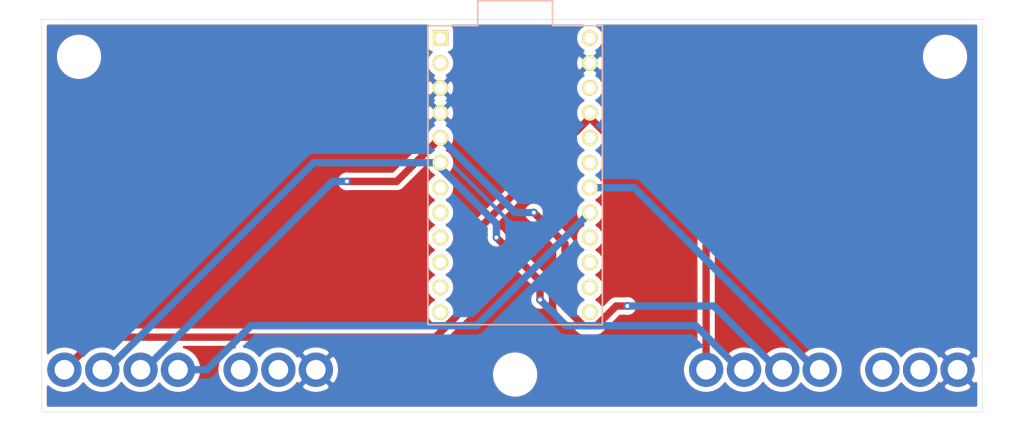
<source format=kicad_pcb>
(kicad_pcb (version 20171130) (host pcbnew "(5.1.10)-1")

  (general
    (thickness 1.6)
    (drawings 9)
    (tracks 53)
    (zones 0)
    (modules 7)
    (nets 27)
  )

  (page A4)
  (layers
    (0 F.Cu signal)
    (31 B.Cu signal)
    (32 B.Adhes user)
    (33 F.Adhes user)
    (34 B.Paste user)
    (35 F.Paste user)
    (36 B.SilkS user)
    (37 F.SilkS user)
    (38 B.Mask user)
    (39 F.Mask user)
    (40 Dwgs.User user)
    (41 Cmts.User user)
    (42 Eco1.User user)
    (43 Eco2.User user)
    (44 Edge.Cuts user)
    (45 Margin user)
    (46 B.CrtYd user)
    (47 F.CrtYd user)
    (48 B.Fab user)
    (49 F.Fab user)
  )

  (setup
    (last_trace_width 0.25)
    (trace_clearance 0.2)
    (zone_clearance 0.508)
    (zone_45_only no)
    (trace_min 0.2)
    (via_size 0.8)
    (via_drill 0.4)
    (via_min_size 0.4)
    (via_min_drill 0.3)
    (uvia_size 0.3)
    (uvia_drill 0.1)
    (uvias_allowed no)
    (uvia_min_size 0.2)
    (uvia_min_drill 0.1)
    (edge_width 0.05)
    (segment_width 0.2)
    (pcb_text_width 0.3)
    (pcb_text_size 1.5 1.5)
    (mod_edge_width 0.12)
    (mod_text_size 1 1)
    (mod_text_width 0.15)
    (pad_size 1.524 1.524)
    (pad_drill 0.762)
    (pad_to_mask_clearance 0)
    (aux_axis_origin 0 0)
    (visible_elements FFFFFF7F)
    (pcbplotparams
      (layerselection 0x010fc_ffffffff)
      (usegerberextensions false)
      (usegerberattributes true)
      (usegerberadvancedattributes true)
      (creategerberjobfile true)
      (excludeedgelayer true)
      (linewidth 0.100000)
      (plotframeref false)
      (viasonmask false)
      (mode 1)
      (useauxorigin false)
      (hpglpennumber 1)
      (hpglpenspeed 20)
      (hpglpendiameter 15.000000)
      (psnegative false)
      (psa4output false)
      (plotreference true)
      (plotvalue true)
      (plotinvisibletext false)
      (padsonsilk false)
      (subtractmaskfromsilk false)
      (outputformat 1)
      (mirror false)
      (drillshape 1)
      (scaleselection 1)
      (outputdirectory ""))
  )

  (net 0 "")
  (net 1 "Net-(MCU1-Pad24)")
  (net 2 /GND)
  (net 3 "Net-(MCU1-Pad22)")
  (net 4 /VCC)
  (net 5 "Net-(MCU1-Pad20)")
  (net 6 "Net-(MCU1-Pad19)")
  (net 7 /DATA2)
  (net 8 /DATA1)
  (net 9 "Net-(MCU1-Pad16)")
  (net 10 "Net-(MCU1-Pad15)")
  (net 11 "Net-(MCU1-Pad14)")
  (net 12 "Net-(MCU1-Pad13)")
  (net 13 "Net-(MCU1-Pad12)")
  (net 14 "Net-(MCU1-Pad11)")
  (net 15 "Net-(MCU1-Pad10)")
  (net 16 "Net-(MCU1-Pad9)")
  (net 17 "Net-(MCU1-Pad8)")
  (net 18 "Net-(MCU1-Pad7)")
  (net 19 /CLOCK)
  (net 20 /LATCH)
  (net 21 "Net-(MCU1-Pad2)")
  (net 22 "Net-(MCU1-Pad1)")
  (net 23 "Net-(PLAYER1-Pad5)")
  (net 24 "Net-(PLAYER1-Pad6)")
  (net 25 "Net-(PLAYER2-Pad5)")
  (net 26 "Net-(PLAYER2-Pad6)")

  (net_class Default "This is the default net class."
    (clearance 0.2)
    (trace_width 0.25)
    (via_dia 0.8)
    (via_drill 0.4)
    (uvia_dia 0.3)
    (uvia_drill 0.1)
    (add_net /CLOCK)
    (add_net /DATA1)
    (add_net /DATA2)
    (add_net /GND)
    (add_net /LATCH)
    (add_net /VCC)
    (add_net "Net-(MCU1-Pad1)")
    (add_net "Net-(MCU1-Pad10)")
    (add_net "Net-(MCU1-Pad11)")
    (add_net "Net-(MCU1-Pad12)")
    (add_net "Net-(MCU1-Pad13)")
    (add_net "Net-(MCU1-Pad14)")
    (add_net "Net-(MCU1-Pad15)")
    (add_net "Net-(MCU1-Pad16)")
    (add_net "Net-(MCU1-Pad19)")
    (add_net "Net-(MCU1-Pad2)")
    (add_net "Net-(MCU1-Pad20)")
    (add_net "Net-(MCU1-Pad22)")
    (add_net "Net-(MCU1-Pad24)")
    (add_net "Net-(MCU1-Pad7)")
    (add_net "Net-(MCU1-Pad8)")
    (add_net "Net-(MCU1-Pad9)")
    (add_net "Net-(PLAYER1-Pad5)")
    (add_net "Net-(PLAYER1-Pad6)")
    (add_net "Net-(PLAYER2-Pad5)")
    (add_net "Net-(PLAYER2-Pad6)")
  )

  (module "SNES ADAPTOR MISTER:SUPER FAMICOM LOGO" (layer F.Cu) (tedit 0) (tstamp 614DD8F8)
    (at 198.755 78.74)
    (fp_text reference G*** (at 0 0) (layer F.SilkS) hide
      (effects (font (size 1.524 1.524) (thickness 0.3)))
    )
    (fp_text value LOGO (at 0.75 0) (layer F.SilkS) hide
      (effects (font (size 1.524 1.524) (thickness 0.3)))
    )
    (fp_poly (pts (xy -9.869715 1.645168) (xy -9.557029 1.681277) (xy -9.276061 1.746589) (xy -9.031184 1.836683)
      (xy -8.826772 1.947135) (xy -8.667198 2.073522) (xy -8.556833 2.211423) (xy -8.500052 2.356414)
      (xy -8.501227 2.504072) (xy -8.564731 2.649976) (xy -8.694937 2.789702) (xy -8.719136 2.808823)
      (xy -8.962102 2.954956) (xy -9.257558 3.067868) (xy -9.592289 3.145151) (xy -9.953079 3.184397)
      (xy -10.326715 3.183199) (xy -10.611858 3.153651) (xy -10.845546 3.109105) (xy -11.049558 3.045151)
      (xy -11.266537 2.948417) (xy -11.266715 2.94833) (xy -11.481669 2.816821) (xy -11.628514 2.671674)
      (xy -11.706692 2.517634) (xy -11.715645 2.359447) (xy -11.654816 2.201858) (xy -11.523648 2.049613)
      (xy -11.384504 1.945434) (xy -11.086766 1.79608) (xy -10.738377 1.695405) (xy -10.343192 1.644173)
      (xy -9.905063 1.643147) (xy -9.869715 1.645168)) (layer F.Mask) (width 0.01))
    (fp_poly (pts (xy -5.336551 1.551215) (xy -5.342718 1.67938) (xy -5.355856 1.786378) (xy -5.36704 1.831341)
      (xy -5.36986 1.897704) (xy -5.328716 1.989107) (xy -5.273776 2.071532) (xy -5.207951 2.166848)
      (xy -5.163933 2.237662) (xy -5.152572 2.26312) (xy -5.18473 2.277625) (xy -5.26479 2.285519)
      (xy -5.293541 2.286) (xy -5.401667 2.273469) (xy -5.470567 2.226678) (xy -5.494156 2.194971)
      (xy -5.553801 2.103941) (xy -5.664466 2.18576) (xy -5.742548 2.231415) (xy -5.839576 2.25971)
      (xy -5.977178 2.275797) (xy -6.062566 2.280631) (xy -6.35 2.293684) (xy -6.35 1.995714)
      (xy -6.112341 1.995714) (xy -5.903894 1.975421) (xy -5.736337 1.917958) (xy -5.618142 1.828456)
      (xy -5.557782 1.712043) (xy -5.551715 1.656313) (xy -5.556503 1.625649) (xy -5.5794 1.606634)
      (xy -5.633206 1.597509) (xy -5.730717 1.596519) (xy -5.884735 1.601905) (xy -5.932715 1.604004)
      (xy -6.313715 1.620949) (xy -6.313715 1.342572) (xy -5.334 1.342572) (xy -5.336551 1.551215)) (layer F.Mask) (width 0.01))
    (fp_poly (pts (xy -3.946072 1.349344) (xy -3.880839 1.358613) (xy -3.844614 1.382341) (xy -3.827415 1.438433)
      (xy -3.819263 1.544798) (xy -3.817536 1.579954) (xy -3.827076 1.808167) (xy -3.877725 1.992914)
      (xy -3.966683 2.125268) (xy -3.996576 2.150618) (xy -4.078485 2.194953) (xy -4.185788 2.233271)
      (xy -4.293647 2.259159) (xy -4.377224 2.266204) (xy -4.407721 2.256756) (xy -4.420808 2.21076)
      (xy -4.426816 2.124726) (xy -4.426858 2.116667) (xy -4.418966 2.033126) (xy -4.38525 2.000124)
      (xy -4.341037 1.995714) (xy -4.252244 1.973583) (xy -4.159608 1.920509) (xy -4.108743 1.873658)
      (xy -4.079963 1.819596) (xy -4.067107 1.737128) (xy -4.064011 1.605057) (xy -4.064 1.591639)
      (xy -4.064 1.337974) (xy -3.946072 1.349344)) (layer F.Mask) (width 0.01))
    (fp_poly (pts (xy -3.556716 1.352188) (xy -3.521184 1.386387) (xy -3.518611 1.406072) (xy -3.5145 1.450221)
      (xy -3.49524 1.430848) (xy -3.480522 1.406072) (xy -3.416432 1.358277) (xy -3.321436 1.343675)
      (xy -3.230386 1.364748) (xy -3.2004 1.386115) (xy -3.15985 1.472238) (xy -3.175179 1.573482)
      (xy -3.232208 1.653516) (xy -3.288862 1.697035) (xy -3.338351 1.698734) (xy -3.413637 1.660827)
      (xy -3.519715 1.599947) (xy -3.519159 1.716188) (xy -3.510935 1.810015) (xy -3.491945 1.872354)
      (xy -3.420061 1.934266) (xy -3.314876 1.981292) (xy -3.231814 1.995714) (xy -3.182934 2.007112)
      (xy -3.161294 2.054192) (xy -3.156858 2.140857) (xy -3.162169 2.228847) (xy -3.18829 2.273076)
      (xy -3.250499 2.280764) (xy -3.364075 2.259129) (xy -3.392715 2.252301) (xy -3.548162 2.197939)
      (xy -3.657726 2.115001) (xy -3.727655 1.993045) (xy -3.764201 1.821634) (xy -3.773715 1.61588)
      (xy -3.773715 1.505857) (xy -3.374572 1.505857) (xy -3.35616 1.551017) (xy -3.335565 1.553331)
      (xy -3.298076 1.51587) (xy -3.296558 1.505857) (xy -3.324807 1.463311) (xy -3.335565 1.458384)
      (xy -3.368651 1.475899) (xy -3.374572 1.505857) (xy -3.773715 1.505857) (xy -3.773715 1.342572)
      (xy -3.646715 1.342572) (xy -3.556716 1.352188)) (layer F.Mask) (width 0.01))
    (fp_poly (pts (xy -0.925286 1.360715) (xy -0.914485 1.587429) (xy -0.925334 1.822194) (xy -0.984607 2.005991)
      (xy -1.095072 2.141429) (xy -1.2595 2.231113) (xy -1.480658 2.277652) (xy -1.656409 2.286)
      (xy -1.795345 2.283171) (xy -1.904895 2.275662) (xy -1.965953 2.264939) (xy -1.971524 2.26181)
      (xy -1.988128 2.212013) (xy -1.995673 2.123851) (xy -1.995715 2.116667) (xy -1.995715 1.995714)
      (xy -1.671167 1.995714) (xy -1.510048 1.993561) (xy -1.40281 1.984671) (xy -1.330825 1.9654)
      (xy -1.27547 1.932105) (xy -1.253842 1.914072) (xy -1.1807 1.81901) (xy -1.137321 1.708978)
      (xy -1.113577 1.585526) (xy -1.572789 1.605358) (xy -2.032 1.62519) (xy -2.032 1.340681)
      (xy -0.925286 1.360715)) (layer F.Mask) (width 0.01))
    (fp_poly (pts (xy 0.108857 1.758926) (xy 0.105373 1.875992) (xy 0.088324 1.944055) (xy 0.047816 1.986592)
      (xy 0.001802 2.012926) (xy -0.100244 2.052494) (xy -0.18969 2.068286) (xy -0.271768 2.09605)
      (xy -0.360011 2.166563) (xy -0.369646 2.177143) (xy -0.44725 2.249261) (xy -0.532528 2.280443)
      (xy -0.627844 2.286) (xy -0.745857 2.275695) (xy -0.805017 2.242487) (xy -0.812547 2.228604)
      (xy -0.839234 2.124782) (xy -0.815266 2.063016) (xy -0.73254 2.032328) (xy -0.662215 2.024917)
      (xy -0.554947 2.012881) (xy -0.500627 1.988315) (xy -0.47969 1.941531) (xy -0.478491 1.933957)
      (xy -0.462906 1.887534) (xy -0.420875 1.860982) (xy -0.334328 1.846588) (xy -0.260776 1.841032)
      (xy -0.213208 1.835587) (xy -0.232104 1.830109) (xy -0.311358 1.8252) (xy -0.444866 1.821462)
      (xy -0.462643 1.821147) (xy -0.870858 1.814286) (xy -0.870858 1.560286) (xy 0.108857 1.560286)
      (xy 0.108857 1.758926)) (layer F.Mask) (width 0.01))
    (fp_poly (pts (xy 0.4445 1.936783) (xy 0.612951 1.953626) (xy 0.813119 1.975722) (xy 1.004802 1.998613)
      (xy 1.025071 2.001169) (xy 1.342571 2.041495) (xy 1.342571 2.163747) (xy 1.336487 2.246484)
      (xy 1.303769 2.278477) (xy 1.224643 2.281461) (xy 1.136451 2.274361) (xy 0.999915 2.25919)
      (xy 0.838456 2.238648) (xy 0.762 2.228101) (xy 0.545903 2.19748) (xy 0.391297 2.17411)
      (xy 0.287916 2.154404) (xy 0.225495 2.134773) (xy 0.193766 2.111628) (xy 0.182464 2.08138)
      (xy 0.181324 2.04044) (xy 0.181428 2.025145) (xy 0.181428 1.912722) (xy 0.4445 1.936783)) (layer F.Mask) (width 0.01))
    (fp_poly (pts (xy 2.612571 2.286) (xy 1.415143 2.286) (xy 1.415143 1.995714) (xy 2.358571 1.995714)
      (xy 2.358571 1.632857) (xy 1.4605 1.632857) (xy 1.437983 1.520273) (xy 1.427999 1.431648)
      (xy 1.4354 1.375442) (xy 1.435589 1.375131) (xy 1.476933 1.364078) (xy 1.578107 1.354634)
      (xy 1.726374 1.347489) (xy 1.908996 1.343338) (xy 2.034141 1.342572) (xy 2.612571 1.342572)
      (xy 2.612571 2.286)) (layer F.Mask) (width 0.01))
    (fp_poly (pts (xy 3.769565 1.349708) (xy 3.816212 1.358033) (xy 3.844336 1.379808) (xy 3.858624 1.430231)
      (xy 3.86376 1.524503) (xy 3.864428 1.657516) (xy 3.851504 1.867516) (xy 3.807836 2.027526)
      (xy 3.726076 2.143396) (xy 3.598881 2.220974) (xy 3.418904 2.26611) (xy 3.178799 2.284652)
      (xy 3.075214 2.285944) (xy 2.685143 2.286) (xy 2.685143 1.995714) (xy 3.061249 1.995714)
      (xy 3.237485 1.993872) (xy 3.357924 1.986568) (xy 3.439286 1.971135) (xy 3.498292 1.94491)
      (xy 3.532963 1.920509) (xy 3.603307 1.84216) (xy 3.627797 1.73896) (xy 3.628571 1.707331)
      (xy 3.63507 1.579076) (xy 3.650793 1.458337) (xy 3.651637 1.454029) (xy 3.676796 1.37445)
      (xy 3.721882 1.347972) (xy 3.769565 1.349708)) (layer F.Mask) (width 0.01))
    (fp_poly (pts (xy -8.133227 -0.739856) (xy -8.006975 -0.731988) (xy -7.908065 -0.713819) (xy -7.813889 -0.680933)
      (xy -7.701842 -0.628917) (xy -7.682527 -0.619404) (xy -7.480029 -0.494762) (xy -7.288709 -0.33276)
      (xy -7.128765 -0.152817) (xy -7.027365 0.010458) (xy -6.985758 0.114951) (xy -6.939833 0.255233)
      (xy -6.908739 0.366141) (xy -6.873307 0.645063) (xy -6.902629 0.930753) (xy -6.99211 1.208603)
      (xy -7.137152 1.464008) (xy -7.319011 1.669628) (xy -7.500394 1.814475) (xy -7.68998 1.929495)
      (xy -7.875274 2.010067) (xy -8.043782 2.051571) (xy -8.183009 2.049385) (xy -8.259219 2.017372)
      (xy -8.322287 1.933663) (xy -8.358979 1.788846) (xy -8.359715 1.783411) (xy -8.422836 1.552014)
      (xy -8.544283 1.320236) (xy -8.711931 1.105116) (xy -8.913658 0.923694) (xy -9.02293 0.851286)
      (xy -9.145094 0.793036) (xy -9.297684 0.738046) (xy -9.396911 0.710623) (xy -9.555417 0.667551)
      (xy -9.654237 0.621694) (xy -9.705926 0.563345) (xy -9.723039 0.482798) (xy -9.723387 0.4582)
      (xy -9.689513 0.246056) (xy -9.598773 0.02317) (xy -9.461201 -0.193068) (xy -9.286826 -0.38527)
      (xy -9.190268 -0.465947) (xy -9.014924 -0.58742) (xy -8.855862 -0.668391) (xy -8.689762 -0.716162)
      (xy -8.493307 -0.738038) (xy -8.309429 -0.741839) (xy -8.133227 -0.739856)) (layer F.Mask) (width 0.01))
    (fp_poly (pts (xy 0.364733 1.349304) (xy 0.5049 1.362041) (xy 0.702713 1.383785) (xy 0.816428 1.396655)
      (xy 0.99441 1.416615) (xy 1.145985 1.43329) (xy 1.256766 1.44512) (xy 1.312364 1.450546)
      (xy 1.315357 1.450721) (xy 1.333513 1.483107) (xy 1.342394 1.561584) (xy 1.342571 1.575768)
      (xy 1.32821 1.67355) (xy 1.281491 1.716033) (xy 1.279071 1.716702) (xy 1.234351 1.730492)
      (xy 1.260118 1.736178) (xy 1.279071 1.737505) (xy 1.324405 1.761059) (xy 1.341698 1.834131)
      (xy 1.342571 1.868714) (xy 1.330864 1.960042) (xy 1.298488 1.992229) (xy 1.297214 1.992162)
      (xy 1.246085 1.986159) (xy 1.137757 1.972199) (xy 0.986925 1.952214) (xy 0.808285 1.928135)
      (xy 0.762 1.921837) (xy 0.578799 1.897142) (xy 0.419807 1.876229) (xy 0.299718 1.860992)
      (xy 0.233224 1.853326) (xy 0.226785 1.852819) (xy 0.194178 1.819212) (xy 0.181428 1.741715)
      (xy 0.184497 1.690933) (xy 0.977492 1.690933) (xy 1.027666 1.696659) (xy 1.052285 1.69701)
      (xy 1.118301 1.693227) (xy 1.126081 1.683808) (xy 1.115785 1.680416) (xy 1.023757 1.674773)
      (xy 0.988785 1.680416) (xy 0.977492 1.690933) (xy 0.184497 1.690933) (xy 0.18526 1.678318)
      (xy 0.202342 1.654648) (xy 0.650921 1.654648) (xy 0.701095 1.660374) (xy 0.725714 1.660725)
      (xy 0.791729 1.656942) (xy 0.799509 1.647523) (xy 0.789214 1.64413) (xy 0.697185 1.638487)
      (xy 0.662214 1.64413) (xy 0.650921 1.654648) (xy 0.202342 1.654648) (xy 0.208938 1.64551)
      (xy 0.270735 1.632444) (xy 0.371928 1.628648) (xy 0.472021 1.625165) (xy 0.508677 1.619022)
      (xy 0.479451 1.607997) (xy 0.381898 1.589869) (xy 0.3175 1.579201) (xy 0.227732 1.55791)
      (xy 0.189387 1.520675) (xy 0.181428 1.449785) (xy 0.182148 1.405034) (xy 0.190919 1.37344)
      (xy 0.217661 1.354174) (xy 0.272293 1.346405) (xy 0.364733 1.349304)) (layer F.Mask) (width 0.01))
    (fp_poly (pts (xy -4.390572 1.912649) (xy -4.6355 1.935781) (xy -4.844644 1.951824) (xy -5.020848 1.958086)
      (xy -5.152335 1.954578) (xy -5.227325 1.941311) (xy -5.237238 1.935238) (xy -5.253843 1.885442)
      (xy -5.261387 1.79728) (xy -5.261429 1.790095) (xy -5.261429 1.669143) (xy -4.390572 1.669143)
      (xy -4.390572 1.912649)) (layer F.Mask) (width 0.01))
    (fp_poly (pts (xy -2.286 1.923143) (xy -3.193143 1.923143) (xy -3.193143 1.669143) (xy -2.286 1.669143)
      (xy -2.286 1.923143)) (layer F.Mask) (width 0.01))
    (fp_poly (pts (xy -12.606083 0.26096) (xy -12.384609 0.277624) (xy -12.228286 0.304533) (xy -11.967045 0.387873)
      (xy -11.72838 0.497097) (xy -11.530286 0.622866) (xy -11.415762 0.72617) (xy -11.311959 0.882187)
      (xy -11.278271 1.038788) (xy -11.312359 1.192502) (xy -11.41188 1.339857) (xy -11.574492 1.477381)
      (xy -11.797855 1.601603) (xy -12.078457 1.708682) (xy -12.22325 1.746695) (xy -12.386498 1.772562)
      (xy -12.587388 1.788637) (xy -12.790715 1.796093) (xy -12.98096 1.799159) (xy -13.156088 1.799227)
      (xy -13.297358 1.79647) (xy -13.386026 1.791058) (xy -13.389429 1.79063) (xy -13.618662 1.745165)
      (xy -13.847441 1.67307) (xy -14.061076 1.581458) (xy -14.244875 1.477439) (xy -14.384147 1.368123)
      (xy -14.458117 1.273366) (xy -14.504184 1.129617) (xy -14.512025 0.971054) (xy -14.482522 0.826869)
      (xy -14.442405 0.752976) (xy -14.330138 0.645209) (xy -14.168345 0.534802) (xy -13.978408 0.434555)
      (xy -13.78171 0.357266) (xy -13.780846 0.356991) (xy -13.605454 0.316187) (xy -13.379717 0.285487)
      (xy -13.124201 0.265586) (xy -12.859468 0.257179) (xy -12.606083 0.26096)) (layer F.Mask) (width 0.01))
    (fp_poly (pts (xy 3.410857 1.632857) (xy 3.07219 1.632857) (xy 2.921979 1.630418) (xy 2.800334 1.623875)
      (xy 2.724703 1.614392) (xy 2.709333 1.608667) (xy 2.692729 1.55887) (xy 2.685185 1.470709)
      (xy 2.685143 1.463524) (xy 2.685143 1.342572) (xy 3.410857 1.342572) (xy 3.410857 1.632857)) (layer F.Mask) (width 0.01))
    (fp_poly (pts (xy 4.260491 1.228656) (xy 4.333961 1.313285) (xy 4.354285 1.412111) (xy 4.324615 1.521385)
      (xy 4.249438 1.597362) (xy 4.149508 1.631505) (xy 4.045579 1.615279) (xy 3.978909 1.5665)
      (xy 3.947508 1.506066) (xy 4.087084 1.506066) (xy 4.092843 1.552728) (xy 4.119567 1.560286)
      (xy 4.167137 1.541486) (xy 4.172857 1.526142) (xy 4.150661 1.477863) (xy 4.108003 1.478066)
      (xy 4.087084 1.506066) (xy 3.947508 1.506066) (xy 3.924404 1.461603) (xy 3.926643 1.415143)
      (xy 3.997158 1.415143) (xy 4.00286 1.466655) (xy 4.01546 1.4605) (xy 4.016948 1.437429)
      (xy 4.227366 1.437429) (xy 4.231821 1.458768) (xy 4.263571 1.486226) (xy 4.279669 1.444963)
      (xy 4.281158 1.406072) (xy 4.275063 1.353681) (xy 4.253527 1.367642) (xy 4.247267 1.377125)
      (xy 4.227366 1.437429) (xy 4.016948 1.437429) (xy 4.020252 1.386211) (xy 4.01546 1.369786)
      (xy 4.002216 1.365228) (xy 3.997158 1.415143) (xy 3.926643 1.415143) (xy 3.929627 1.353229)
      (xy 3.985589 1.261239) (xy 4.083302 1.2055) (xy 4.145908 1.197429) (xy 4.260491 1.228656)) (layer F.Mask) (width 0.01))
    (fp_poly (pts (xy 11.235446 -0.339073) (xy 11.456119 -0.286092) (xy 11.617709 -0.205462) (xy 11.759962 -0.068832)
      (xy 11.85263 0.105731) (xy 11.894835 0.302363) (xy 11.885701 0.505201) (xy 11.824349 0.69838)
      (xy 11.709902 0.866035) (xy 11.678682 0.896845) (xy 11.537573 0.986198) (xy 11.349065 1.049509)
      (xy 11.134556 1.083838) (xy 10.915445 1.086245) (xy 10.713128 1.053789) (xy 10.659258 1.03694)
      (xy 10.481745 0.957346) (xy 10.359018 0.859337) (xy 10.273396 0.728361) (xy 10.266613 0.713814)
      (xy 10.207395 0.515126) (xy 10.202677 0.410149) (xy 10.608318 0.410149) (xy 10.644204 0.572107)
      (xy 10.732538 0.696846) (xy 10.867154 0.775137) (xy 11.0173 0.798286) (xy 11.145194 0.785635)
      (xy 11.261755 0.754185) (xy 11.285583 0.743482) (xy 11.38865 0.669171) (xy 11.445607 0.567543)
      (xy 11.465824 0.420046) (xy 11.466285 0.385748) (xy 11.444592 0.192327) (xy 11.377157 0.054318)
      (xy 11.260449 -0.031903) (xy 11.090934 -0.06996) (xy 11.019409 -0.072571) (xy 10.848992 -0.043214)
      (xy 10.72221 0.043873) (xy 10.641023 0.187213) (xy 10.631045 0.220198) (xy 10.608318 0.410149)
      (xy 10.202677 0.410149) (xy 10.198031 0.306783) (xy 10.235831 0.108453) (xy 10.318106 -0.060194)
      (xy 10.382604 -0.134339) (xy 10.552228 -0.245769) (xy 10.763946 -0.317785) (xy 10.998203 -0.349262)
      (xy 11.235446 -0.339073)) (layer F.Mask) (width 0.01))
    (fp_poly (pts (xy 13.448148 -0.318327) (xy 13.558238 -0.311493) (xy 13.64026 -0.300025) (xy 13.705333 -0.283203)
      (xy 13.764579 -0.260308) (xy 13.770045 -0.257908) (xy 13.868173 -0.207615) (xy 13.939864 -0.148737)
      (xy 13.988835 -0.069871) (xy 14.018802 0.040388) (xy 14.033482 0.193442) (xy 14.036591 0.400696)
      (xy 14.034495 0.553481) (xy 14.024428 1.070429) (xy 13.661571 1.070429) (xy 13.643428 0.586605)
      (xy 13.632942 0.367514) (xy 13.617246 0.210707) (xy 13.591447 0.105898) (xy 13.550649 0.042801)
      (xy 13.489961 0.01113) (xy 13.404487 0.000599) (xy 13.36435 0) (xy 13.244285 0)
      (xy 13.244285 1.088572) (xy 12.808857 1.088572) (xy 12.808857 0) (xy 12.654642 -0.000066)
      (xy 12.500428 -0.000132) (xy 12.513126 0.225642) (xy 12.516108 0.376991) (xy 12.511968 0.56193)
      (xy 12.501607 0.741922) (xy 12.500797 0.751851) (xy 12.475771 1.052286) (xy 12.045255 1.052286)
      (xy 12.055128 0.371929) (xy 12.065 -0.308428) (xy 12.838264 -0.318228) (xy 13.099282 -0.320975)
      (xy 13.29887 -0.321248) (xy 13.448148 -0.318327)) (layer F.Mask) (width 0.01))
    (fp_poly (pts (xy 4.100285 -0.078992) (xy 3.703966 -0.06671) (xy 3.526091 -0.059856) (xy 3.404761 -0.050214)
      (xy 3.323954 -0.034505) (xy 3.267646 -0.009451) (xy 3.219813 0.028228) (xy 3.214109 0.03354)
      (xy 3.151627 0.100013) (xy 3.121155 0.147573) (xy 3.120571 0.151468) (xy 3.15465 0.16242)
      (xy 3.248074 0.171576) (xy 3.387623 0.178129) (xy 3.560077 0.181271) (xy 3.610428 0.181429)
      (xy 4.100285 0.181429) (xy 4.100285 0.508) (xy 3.120571 0.508) (xy 3.120571 1.052286)
      (xy 2.685143 1.052286) (xy 2.685143 0.58826) (xy 2.686544 0.388699) (xy 2.692192 0.245105)
      (xy 2.704251 0.140906) (xy 2.724885 0.059526) (xy 2.75626 -0.015608) (xy 2.766785 -0.036838)
      (xy 2.825873 -0.13961) (xy 2.891681 -0.215157) (xy 2.976224 -0.267858) (xy 3.091513 -0.30209)
      (xy 3.249562 -0.32223) (xy 3.462383 -0.332656) (xy 3.586307 -0.335474) (xy 4.100343 -0.344714)
      (xy 4.100285 -0.078992)) (layer F.Mask) (width 0.01))
    (fp_poly (pts (xy 4.807857 -0.331869) (xy 5.062695 -0.321229) (xy 5.256495 -0.30115) (xy 5.400598 -0.267458)
      (xy 5.506347 -0.215982) (xy 5.585083 -0.142548) (xy 5.648149 -0.042984) (xy 5.660568 -0.018149)
      (xy 5.692122 0.05842) (xy 5.713218 0.144349) (xy 5.725793 0.255913) (xy 5.731782 0.40939)
      (xy 5.733143 0.592028) (xy 5.733143 1.052286) (xy 5.1435 1.049986) (xy 4.937152 1.047028)
      (xy 4.750593 1.040355) (xy 4.59847 1.030795) (xy 4.495431 1.019176) (xy 4.463161 1.011521)
      (xy 4.310904 0.917971) (xy 4.21661 0.787934) (xy 4.185101 0.632447) (xy 4.187812 0.619686)
      (xy 4.654119 0.619686) (xy 4.662161 0.651402) (xy 4.680492 0.687867) (xy 4.71735 0.710031)
      (xy 4.788171 0.721374) (xy 4.908391 0.725378) (xy 4.991731 0.725715) (xy 5.297714 0.725715)
      (xy 5.297714 0.471714) (xy 5.011871 0.471714) (xy 4.833349 0.479129) (xy 4.718974 0.503818)
      (xy 4.661609 0.549448) (xy 4.654119 0.619686) (xy 4.187812 0.619686) (xy 4.221204 0.462545)
      (xy 4.222164 0.460232) (xy 4.285623 0.346363) (xy 4.37316 0.266519) (xy 4.496647 0.215743)
      (xy 4.667951 0.189079) (xy 4.8895 0.181564) (xy 5.077011 0.177965) (xy 5.197867 0.165382)
      (xy 5.257729 0.14089) (xy 5.262258 0.101566) (xy 5.217116 0.044486) (xy 5.195071 0.023767)
      (xy 5.151851 -0.003121) (xy 5.083943 -0.020906) (xy 4.977943 -0.031224) (xy 4.82045 -0.03571)
      (xy 4.703128 -0.036286) (xy 4.277541 -0.036286) (xy 4.299857 -0.344714) (xy 4.807857 -0.331869)) (layer F.Mask) (width 0.01))
    (fp_poly (pts (xy 7.259498 -0.339218) (xy 7.429134 -0.331301) (xy 7.555093 -0.315965) (xy 7.647003 -0.291055)
      (xy 7.714495 -0.254416) (xy 7.767196 -0.203895) (xy 7.814738 -0.137336) (xy 7.839311 -0.097814)
      (xy 7.867859 -0.04233) (xy 7.887649 0.023624) (xy 7.90022 0.113829) (xy 7.907108 0.242065)
      (xy 7.909851 0.422114) (xy 7.91015 0.537025) (xy 7.910285 1.055908) (xy 7.701642 1.045025)
      (xy 7.493 1.034143) (xy 7.506149 0.580572) (xy 7.509654 0.366349) (xy 7.502445 0.213016)
      (xy 7.479551 0.109122) (xy 7.435999 0.043211) (xy 7.366818 0.003832) (xy 7.267036 -0.020469)
      (xy 7.2435 -0.024441) (xy 7.112 -0.045781) (xy 7.112 1.052286) (xy 6.676571 1.052286)
      (xy 6.676571 -0.036286) (xy 6.35 -0.036286) (xy 6.35 1.052286) (xy 5.913004 1.052286)
      (xy 5.922859 0.357085) (xy 5.932714 -0.338115) (xy 6.750677 -0.341415) (xy 7.036556 -0.341871)
      (xy 7.259498 -0.339218)) (layer F.Mask) (width 0.01))
    (fp_poly (pts (xy 8.563428 1.052286) (xy 8.128 1.052286) (xy 8.128 -0.326571) (xy 8.563428 -0.326571)
      (xy 8.563428 1.052286)) (layer F.Mask) (width 0.01))
    (fp_poly (pts (xy 10.123714 -0.036286) (xy 9.741065 -0.036286) (xy 9.568285 -0.035137) (xy 9.451871 -0.029654)
      (xy 9.375628 -0.016777) (xy 9.323361 0.00655) (xy 9.278876 0.043385) (xy 9.26935 0.052779)
      (xy 9.21681 0.118077) (xy 9.189792 0.195655) (xy 9.180671 0.311573) (xy 9.180285 0.357188)
      (xy 9.189526 0.509951) (xy 9.220514 0.613396) (xy 9.249581 0.658195) (xy 9.2855 0.696025)
      (xy 9.330311 0.721465) (xy 9.398936 0.737615) (xy 9.506297 0.747571) (xy 9.667317 0.754434)
      (xy 9.721295 0.756139) (xy 10.123714 0.768421) (xy 10.123714 1.052286) (xy 9.661071 1.050833)
      (xy 9.444006 1.047554) (xy 9.286696 1.038424) (xy 9.176468 1.022133) (xy 9.100649 0.997376)
      (xy 9.089571 0.991863) (xy 8.931249 0.888947) (xy 8.833467 0.776138) (xy 8.808621 0.725715)
      (xy 8.745563 0.498478) (xy 8.737354 0.27717) (xy 8.780503 0.073984) (xy 8.871517 -0.098888)
      (xy 9.006906 -0.229252) (xy 9.095783 -0.277077) (xy 9.208073 -0.303913) (xy 9.391295 -0.320425)
      (xy 9.644534 -0.326534) (xy 9.668977 -0.326571) (xy 10.123714 -0.326571) (xy 10.123714 -0.036286)) (layer F.Mask) (width 0.01))
    (fp_poly (pts (xy -5.607444 -0.351961) (xy -5.403064 -0.34344) (xy -4.826 -0.317288) (xy -4.826 -0.072571)
      (xy -5.259067 -0.072571) (xy -5.49508 -0.068999) (xy -5.666618 -0.056971) (xy -5.781487 -0.034523)
      (xy -5.847491 0.000312) (xy -5.872437 0.049498) (xy -5.871731 0.081702) (xy -5.862903 0.116908)
      (xy -5.839827 0.141037) (xy -5.789837 0.15705) (xy -5.700265 0.167909) (xy -5.558443 0.176574)
      (xy -5.442857 0.181959) (xy -5.227594 0.195191) (xy -5.071245 0.215291) (xy -4.960207 0.246325)
      (xy -4.880878 0.292358) (xy -4.819654 0.357458) (xy -4.809718 0.371212) (xy -4.765605 0.485473)
      (xy -4.756475 0.63098) (xy -4.782655 0.775217) (xy -4.805136 0.829309) (xy -4.845188 0.892583)
      (xy -4.897736 0.93993) (xy -4.97304 0.973585) (xy -5.081358 0.995781) (xy -5.23295 1.008755)
      (xy -5.438075 1.014739) (xy -5.662279 1.016) (xy -6.277429 1.016) (xy -6.277429 0.727762)
      (xy -5.782392 0.717667) (xy -5.58038 0.712482) (xy -5.43891 0.705429) (xy -5.345956 0.694806)
      (xy -5.289488 0.678913) (xy -5.257478 0.656046) (xy -5.247178 0.641946) (xy -5.229352 0.573043)
      (xy -5.273683 0.522715) (xy -5.382673 0.489982) (xy -5.558819 0.47386) (xy -5.680235 0.471714)
      (xy -5.906932 0.464778) (xy -6.073013 0.441823) (xy -6.189293 0.399627) (xy -6.266592 0.334969)
      (xy -6.296674 0.288154) (xy -6.347311 0.121896) (xy -6.334662 -0.041218) (xy -6.263797 -0.184831)
      (xy -6.139788 -0.292587) (xy -6.112234 -0.306902) (xy -6.05362 -0.330642) (xy -5.986969 -0.34634)
      (xy -5.899147 -0.354675) (xy -5.777017 -0.356323) (xy -5.607444 -0.351961)) (layer F.Mask) (width 0.01))
    (fp_poly (pts (xy -3.156858 1.016) (xy -3.7465 1.013544) (xy -3.951066 1.01055) (xy -4.134127 1.003872)
      (xy -4.281574 0.994331) (xy -4.379299 0.982751) (xy -4.408715 0.974917) (xy -4.481948 0.920136)
      (xy -4.553858 0.841301) (xy -4.582212 0.796519) (xy -4.602117 0.742369) (xy -4.615032 0.665952)
      (xy -4.622416 0.554368) (xy -4.625726 0.394718) (xy -4.626429 0.199572) (xy -4.626429 -0.344714)
      (xy -4.227286 -0.344714) (xy -4.217559 0.145143) (xy -4.212093 0.361984) (xy -4.201141 0.516737)
      (xy -4.1779 0.619875) (xy -4.135564 0.681869) (xy -4.06733 0.713193) (xy -3.966393 0.724317)
      (xy -3.840321 0.725715) (xy -3.594226 0.725715) (xy -3.584185 0.1905) (xy -3.574143 -0.344714)
      (xy -3.3655 -0.355596) (xy -3.156858 -0.366479) (xy -3.156858 1.016)) (layer F.Mask) (width 0.01))
    (fp_poly (pts (xy -1.609511 -0.242678) (xy -1.523336 -0.150415) (xy -1.480115 -0.057091) (xy -1.462881 0.056679)
      (xy -1.462908 0.200614) (xy -1.496942 0.31116) (xy -1.517697 0.347619) (xy -1.601601 0.448418)
      (xy -1.713063 0.517649) (xy -1.864408 0.559572) (xy -2.067961 0.578446) (xy -2.191698 0.580572)
      (xy -2.54 0.580572) (xy -2.54 1.016) (xy -2.975429 1.016) (xy -2.975429 -0.072571)
      (xy -2.54 -0.072571) (xy -2.54 0.254) (xy -2.250991 0.254) (xy -2.102513 0.251656)
      (xy -2.009999 0.242255) (xy -1.956928 0.222246) (xy -1.926775 0.18808) (xy -1.92442 0.183814)
      (xy -1.889704 0.07958) (xy -1.914892 0.003977) (xy -2.002609 -0.044939) (xy -2.155481 -0.069115)
      (xy -2.270449 -0.072571) (xy -2.54 -0.072571) (xy -2.975429 -0.072571) (xy -2.975429 -0.362857)
      (xy -1.740649 -0.362857) (xy -1.609511 -0.242678)) (layer F.Mask) (width 0.01))
    (fp_poly (pts (xy 0.072571 -0.078992) (xy -0.329848 -0.06671) (xy -0.50772 -0.06015) (xy -0.627948 -0.051322)
      (xy -0.705456 -0.037129) (xy -0.755164 -0.014473) (xy -0.791998 0.019746) (xy -0.801562 0.031234)
      (xy -0.851002 0.102064) (xy -0.870858 0.149163) (xy -0.836821 0.161165) (xy -0.743693 0.171144)
      (xy -0.604944 0.178176) (xy -0.434046 0.181341) (xy -0.399143 0.181429) (xy 0.072571 0.181429)
      (xy 0.072571 0.471714) (xy -0.399143 0.471714) (xy -0.605256 0.473242) (xy -0.7469 0.479943)
      (xy -0.832153 0.494996) (xy -0.869089 0.52158) (xy -0.865786 0.562873) (xy -0.830318 0.622052)
      (xy -0.819476 0.637136) (xy -0.787284 0.668741) (xy -0.735818 0.690889) (xy -0.65131 0.706218)
      (xy -0.51999 0.717364) (xy -0.356833 0.725715) (xy 0.054428 0.743857) (xy 0.06569 0.879929)
      (xy 0.076952 1.016) (xy -0.406024 1.015777) (xy -0.627213 1.013273) (xy -0.788273 1.005209)
      (xy -0.901515 0.990402) (xy -0.979249 0.967671) (xy -0.997858 0.958938) (xy -1.163903 0.847012)
      (xy -1.27225 0.708748) (xy -1.327989 0.533678) (xy -1.33621 0.311335) (xy -1.333336 0.26916)
      (xy -1.292591 0.046052) (xy -1.207902 -0.123664) (xy -1.074834 -0.24747) (xy -1.003176 -0.287711)
      (xy -0.925666 -0.320194) (xy -0.841298 -0.341933) (xy -0.733554 -0.354946) (xy -0.585918 -0.361248)
      (xy -0.387687 -0.362857) (xy 0.072571 -0.362857) (xy 0.072571 -0.078992)) (layer F.Mask) (width 0.01))
    (fp_poly (pts (xy 1.278872 -0.353684) (xy 1.421797 -0.341623) (xy 1.527207 -0.318714) (xy 1.606754 -0.282591)
      (xy 1.672091 -0.230888) (xy 1.724306 -0.173938) (xy 1.797001 -0.036222) (xy 1.810944 0.117714)
      (xy 1.77029 0.267907) (xy 1.679193 0.39439) (xy 1.593389 0.455217) (xy 1.518599 0.507809)
      (xy 1.513387 0.553427) (xy 1.51494 0.555617) (xy 1.55429 0.606846) (xy 1.621289 0.693049)
      (xy 1.675167 0.762) (xy 1.769502 0.883717) (xy 1.817337 0.95863) (xy 1.815669 0.998026)
      (xy 1.761493 1.013192) (xy 1.651807 1.015414) (xy 1.607784 1.015245) (xy 1.360714 1.01449)
      (xy 1.051818 0.544286) (xy 0.695204 0.544286) (xy 0.644688 1.016) (xy 0.440272 1.015991)
      (xy 0.235857 1.015983) (xy 0.235857 0.005507) (xy 0.672708 0.005507) (xy 0.677845 0.096418)
      (xy 0.680314 0.117929) (xy 0.697368 0.254) (xy 0.958606 0.254) (xy 1.118719 0.246789)
      (xy 1.236543 0.22685) (xy 1.285153 0.206245) (xy 1.334197 0.135256) (xy 1.321225 0.054563)
      (xy 1.250613 -0.01623) (xy 1.233393 -0.025768) (xy 1.157571 -0.047952) (xy 1.045104 -0.063361)
      (xy 0.91842 -0.071201) (xy 0.799947 -0.070683) (xy 0.712114 -0.061013) (xy 0.678485 -0.045357)
      (xy 0.672708 0.005507) (xy 0.235857 0.005507) (xy 0.235857 -0.344714) (xy 0.833861 -0.354724)
      (xy 1.086777 -0.357263) (xy 1.278872 -0.353684)) (layer F.Mask) (width 0.01))
    (fp_poly (pts (xy -10.95665 -2.122771) (xy -10.649054 -2.04868) (xy -10.37081 -1.914547) (xy -10.129779 -1.724823)
      (xy -9.933822 -1.483955) (xy -9.839962 -1.314198) (xy -9.794774 -1.209568) (xy -9.766091 -1.114247)
      (xy -9.750289 -1.006287) (xy -9.743738 -0.86374) (xy -9.742715 -0.725714) (xy -9.744857 -0.54373)
      (xy -9.753659 -0.412429) (xy -9.772682 -0.309989) (xy -9.80549 -0.214585) (xy -9.838132 -0.141229)
      (xy -9.952739 0.046932) (xy -10.113204 0.236668) (xy -10.297518 0.405463) (xy -10.483674 0.530798)
      (xy -10.506359 0.542477) (xy -10.645025 0.596677) (xy -10.795836 0.63315) (xy -10.93919 0.649714)
      (xy -11.055485 0.644188) (xy -11.125116 0.61439) (xy -11.127532 0.611597) (xy -11.156596 0.54698)
      (xy -11.183006 0.442917) (xy -11.190466 0.398894) (xy -11.263079 0.138622) (xy -11.397206 -0.105478)
      (xy -11.581974 -0.322405) (xy -11.806512 -0.501156) (xy -12.059947 -0.63073) (xy -12.266306 -0.689757)
      (xy -12.414432 -0.724312) (xy -12.502457 -0.767838) (xy -12.542712 -0.833841) (xy -12.547528 -0.935823)
      (xy -12.542052 -0.991756) (xy -12.482547 -1.23366) (xy -12.360201 -1.465368) (xy -12.170523 -1.695178)
      (xy -12.150295 -1.715751) (xy -11.907191 -1.919279) (xy -11.64894 -2.054203) (xy -11.368178 -2.12407)
      (xy -11.285735 -2.132372) (xy -10.95665 -2.122771)) (layer F.Mask) (width 0.01))
    (fp_poly (pts (xy 14.398943 -0.581483) (xy 14.43364 -0.560371) (xy 14.494451 -0.478481) (xy 14.516571 -0.364728)
      (xy 14.498898 -0.249326) (xy 14.447928 -0.168909) (xy 14.33825 -0.113493) (xy 14.215973 -0.117331)
      (xy 14.106416 -0.177803) (xy 14.079439 -0.207072) (xy 14.057353 -0.254) (xy 14.213486 -0.254)
      (xy 14.215134 -0.196149) (xy 14.264959 -0.181428) (xy 14.313111 -0.19144) (xy 14.306497 -0.234469)
      (xy 14.296571 -0.254) (xy 14.26131 -0.310892) (xy 14.250331 -0.321511) (xy 14.381432 -0.321511)
      (xy 14.387463 -0.289998) (xy 14.421058 -0.25599) (xy 14.43806 -0.291192) (xy 14.440611 -0.353786)
      (xy 14.436213 -0.41823) (xy 14.420122 -0.417415) (xy 14.402361 -0.389784) (xy 14.381432 -0.321511)
      (xy 14.250331 -0.321511) (xy 14.245098 -0.326571) (xy 14.227077 -0.296675) (xy 14.213486 -0.254)
      (xy 14.057353 -0.254) (xy 14.026126 -0.320346) (xy 14.027777 -0.350007) (xy 14.094517 -0.350007)
      (xy 14.100824 -0.311547) (xy 14.128923 -0.259098) (xy 14.145447 -0.278242) (xy 14.15035 -0.368922)
      (xy 14.150325 -0.371928) (xy 14.148018 -0.407818) (xy 14.239737 -0.407818) (xy 14.275404 -0.402007)
      (xy 14.322468 -0.408679) (xy 14.323029 -0.421065) (xy 14.274465 -0.429727) (xy 14.253482 -0.42393)
      (xy 14.239737 -0.407818) (xy 14.148018 -0.407818) (xy 14.145633 -0.444897) (xy 14.130412 -0.453041)
      (xy 14.113981 -0.429475) (xy 14.094517 -0.350007) (xy 14.027777 -0.350007) (xy 14.032233 -0.430022)
      (xy 14.066099 -0.489857) (xy 14.369142 -0.489857) (xy 14.387285 -0.471714) (xy 14.405428 -0.489857)
      (xy 14.387285 -0.508) (xy 14.369142 -0.489857) (xy 14.066099 -0.489857) (xy 14.081278 -0.516675)
      (xy 14.239737 -0.516675) (xy 14.275404 -0.510864) (xy 14.322468 -0.517536) (xy 14.323029 -0.529922)
      (xy 14.274465 -0.538584) (xy 14.253482 -0.532787) (xy 14.239737 -0.516675) (xy 14.081278 -0.516675)
      (xy 14.085163 -0.523538) (xy 14.172322 -0.588328) (xy 14.281114 -0.611831) (xy 14.398943 -0.581483)) (layer F.Mask) (width 0.01))
  )

  (module MountingHole:MountingHole_3.5mm (layer F.Cu) (tedit 56D1B4CB) (tstamp 614DD49D)
    (at 173.99 110.49)
    (descr "Mounting Hole 3.5mm, no annular")
    (tags "mounting hole 3.5mm no annular")
    (attr virtual)
    (fp_text reference REF** (at 0 -4.5) (layer F.SilkS) hide
      (effects (font (size 1 1) (thickness 0.15)))
    )
    (fp_text value MountingHole_3.5mm (at 0 4.5) (layer F.Fab)
      (effects (font (size 1 1) (thickness 0.15)))
    )
    (fp_circle (center 0 0) (end 3.5 0) (layer Cmts.User) (width 0.15))
    (fp_circle (center 0 0) (end 3.75 0) (layer F.CrtYd) (width 0.05))
    (fp_text user %R (at 0.3 0) (layer F.Fab)
      (effects (font (size 1 1) (thickness 0.15)))
    )
    (pad 1 np_thru_hole circle (at 0 0) (size 3.5 3.5) (drill 3.5) (layers *.Cu *.Mask))
  )

  (module MountingHole:MountingHole_3.5mm (layer F.Cu) (tedit 56D1B4CB) (tstamp 614DD48B)
    (at 129.54 78.105)
    (descr "Mounting Hole 3.5mm, no annular")
    (tags "mounting hole 3.5mm no annular")
    (attr virtual)
    (fp_text reference REF** (at 0 -4.5) (layer F.SilkS) hide
      (effects (font (size 1 1) (thickness 0.15)))
    )
    (fp_text value MountingHole_3.5mm (at 0 4.5) (layer F.Fab)
      (effects (font (size 1 1) (thickness 0.15)))
    )
    (fp_circle (center 0 0) (end 3.5 0) (layer Cmts.User) (width 0.15))
    (fp_circle (center 0 0) (end 3.75 0) (layer F.CrtYd) (width 0.05))
    (fp_text user %R (at 0.3 0) (layer F.Fab)
      (effects (font (size 1 1) (thickness 0.15)))
    )
    (pad 1 np_thru_hole circle (at 0 0) (size 3.5 3.5) (drill 3.5) (layers *.Cu *.Mask))
  )

  (module MountingHole:MountingHole_3.5mm (layer F.Cu) (tedit 56D1B4CB) (tstamp 614DD48A)
    (at 217.805 78.105)
    (descr "Mounting Hole 3.5mm, no annular")
    (tags "mounting hole 3.5mm no annular")
    (attr virtual)
    (fp_text reference REF** (at 0 -4.5) (layer F.SilkS) hide
      (effects (font (size 1 1) (thickness 0.15)))
    )
    (fp_text value MountingHole_3.5mm (at 0 4.5) (layer F.Fab)
      (effects (font (size 1 1) (thickness 0.15)))
    )
    (fp_text user %R (at 0.3 0) (layer F.Fab)
      (effects (font (size 1 1) (thickness 0.15)))
    )
    (fp_circle (center 0 0) (end 3.5 0) (layer Cmts.User) (width 0.15))
    (fp_circle (center 0 0) (end 3.75 0) (layer F.CrtYd) (width 0.05))
    (pad 1 np_thru_hole circle (at 0 0) (size 3.5 3.5) (drill 3.5) (layers *.Cu *.Mask))
  )

  (module "SNES ADAPTOR MISTER:snes_connector" (layer F.Cu) (tedit 614D0F21) (tstamp 614DCFEB)
    (at 203.615 110)
    (path /614D5BC9)
    (fp_text reference PLAYER2 (at -3.698 -2.18) (layer F.SilkS) hide
      (effects (font (size 1 1) (thickness 0.15)))
    )
    (fp_text value Conn_01x07_Female (at 2.896 -4.67) (layer F.Fab)
      (effects (font (size 1 1) (thickness 0.15)))
    )
    (fp_text user "snes connector" (at 8.352 -4.778) (layer F.Fab)
      (effects (font (size 1 1) (thickness 0.15)))
    )
    (pad 1 thru_hole circle (at -10.16 0) (size 3.5 3.5) (drill 2) (layers *.Cu *.Mask)
      (net 4 /VCC))
    (pad 2 thru_hole circle (at -6.3 0) (size 3.5 3.5) (drill 2) (layers *.Cu *.Mask)
      (net 19 /CLOCK))
    (pad 4 thru_hole circle (at 1.42 0) (size 3.5 3.5) (drill 2) (layers *.Cu *.Mask)
      (net 7 /DATA2))
    (pad 3 thru_hole circle (at -2.4 0) (size 3.5 3.5) (drill 2) (layers *.Cu *.Mask)
      (net 20 /LATCH))
    (pad 5 thru_hole circle (at 7.8 0) (size 3.5 3.5) (drill 2) (layers *.Cu *.Mask)
      (net 25 "Net-(PLAYER2-Pad5)"))
    (pad 6 thru_hole circle (at 11.65 0) (size 3.5 3.5) (drill 2) (layers *.Cu *.Mask)
      (net 26 "Net-(PLAYER2-Pad6)"))
    (pad 7 thru_hole circle (at 15.47 0) (size 3.5 3.5) (drill 2) (layers *.Cu *.Mask)
      (net 2 /GND))
  )

  (module "SNES ADAPTOR MISTER:snes_connector" (layer F.Cu) (tedit 614D0F21) (tstamp 614DCFDD)
    (at 138.21 110)
    (path /614D1C93)
    (fp_text reference PLAYER1 (at -3.698 -2.18) (layer F.SilkS) hide
      (effects (font (size 1 1) (thickness 0.15)))
    )
    (fp_text value Conn_01x07_Female (at 2.896 -4.67) (layer F.Fab)
      (effects (font (size 1 1) (thickness 0.15)))
    )
    (fp_text user "snes connector" (at 8.352 -4.778) (layer F.Fab)
      (effects (font (size 1 1) (thickness 0.15)))
    )
    (pad 1 thru_hole circle (at -10.16 0) (size 3.5 3.5) (drill 2) (layers *.Cu *.Mask)
      (net 4 /VCC))
    (pad 2 thru_hole circle (at -6.3 0) (size 3.5 3.5) (drill 2) (layers *.Cu *.Mask)
      (net 19 /CLOCK))
    (pad 4 thru_hole circle (at 1.42 0) (size 3.5 3.5) (drill 2) (layers *.Cu *.Mask)
      (net 8 /DATA1))
    (pad 3 thru_hole circle (at -2.4 0) (size 3.5 3.5) (drill 2) (layers *.Cu *.Mask)
      (net 20 /LATCH))
    (pad 5 thru_hole circle (at 7.8 0) (size 3.5 3.5) (drill 2) (layers *.Cu *.Mask)
      (net 23 "Net-(PLAYER1-Pad5)"))
    (pad 6 thru_hole circle (at 11.65 0) (size 3.5 3.5) (drill 2) (layers *.Cu *.Mask)
      (net 24 "Net-(PLAYER1-Pad6)"))
    (pad 7 thru_hole circle (at 15.47 0) (size 3.5 3.5) (drill 2) (layers *.Cu *.Mask)
      (net 2 /GND))
  )

  (module "Custom Libraries:ProMicro" (layer F.Cu) (tedit 5A06A962) (tstamp 614DCFCF)
    (at 173.99 90.17 270)
    (descr "Pro Micro footprint")
    (tags "promicro ProMicro")
    (path /614D6C09)
    (fp_text reference MCU1 (at 0 -10.16 90) (layer F.SilkS) hide
      (effects (font (size 1 1) (thickness 0.15)))
    )
    (fp_text value ProMicro (at 0 10.16 90) (layer F.Fab)
      (effects (font (size 1 1) (thickness 0.15)))
    )
    (fp_line (start 15.24 -8.89) (end 15.24 8.89) (layer B.SilkS) (width 0.15))
    (fp_line (start 15.24 8.89) (end -15.24 8.89) (layer B.SilkS) (width 0.15))
    (fp_line (start -15.24 8.89) (end -15.24 3.81) (layer B.SilkS) (width 0.15))
    (fp_line (start -15.24 3.81) (end -17.78 3.81) (layer B.SilkS) (width 0.15))
    (fp_line (start -17.78 3.81) (end -17.78 -3.81) (layer B.SilkS) (width 0.15))
    (fp_line (start -17.78 -3.81) (end -15.24 -3.81) (layer B.SilkS) (width 0.15))
    (fp_line (start -15.24 -3.81) (end -15.24 -8.89) (layer B.SilkS) (width 0.15))
    (fp_line (start -15.24 -8.89) (end 15.24 -8.89) (layer B.SilkS) (width 0.15))
    (fp_line (start -15.24 8.89) (end 15.24 8.89) (layer F.SilkS) (width 0.15))
    (fp_line (start -15.24 8.89) (end -15.24 3.81) (layer F.SilkS) (width 0.15))
    (fp_line (start -15.24 3.81) (end -17.78 3.81) (layer F.SilkS) (width 0.15))
    (fp_line (start -17.78 3.81) (end -17.78 -3.81) (layer F.SilkS) (width 0.15))
    (fp_line (start -17.78 -3.81) (end -15.24 -3.81) (layer F.SilkS) (width 0.15))
    (fp_line (start -15.24 -3.81) (end -15.24 -8.89) (layer F.SilkS) (width 0.15))
    (fp_line (start -15.24 -8.89) (end 15.24 -8.89) (layer F.SilkS) (width 0.15))
    (fp_line (start 15.24 -8.89) (end 15.24 8.89) (layer F.SilkS) (width 0.15))
    (pad 24 thru_hole circle (at -13.97 -7.62 270) (size 1.6 1.6) (drill 1.1) (layers *.Cu *.Mask F.SilkS)
      (net 1 "Net-(MCU1-Pad24)"))
    (pad 23 thru_hole circle (at -11.43 -7.62 270) (size 1.6 1.6) (drill 1.1) (layers *.Cu *.Mask F.SilkS)
      (net 2 /GND))
    (pad 22 thru_hole circle (at -8.89 -7.62 270) (size 1.6 1.6) (drill 1.1) (layers *.Cu *.Mask F.SilkS)
      (net 3 "Net-(MCU1-Pad22)"))
    (pad 21 thru_hole circle (at -6.35 -7.62 270) (size 1.6 1.6) (drill 1.1) (layers *.Cu *.Mask F.SilkS)
      (net 4 /VCC))
    (pad 20 thru_hole circle (at -3.81 -7.62 270) (size 1.6 1.6) (drill 1.1) (layers *.Cu *.Mask F.SilkS)
      (net 5 "Net-(MCU1-Pad20)"))
    (pad 19 thru_hole circle (at -1.27 -7.62 270) (size 1.6 1.6) (drill 1.1) (layers *.Cu *.Mask F.SilkS)
      (net 6 "Net-(MCU1-Pad19)"))
    (pad 18 thru_hole circle (at 1.27 -7.62 270) (size 1.6 1.6) (drill 1.1) (layers *.Cu *.Mask F.SilkS)
      (net 7 /DATA2))
    (pad 17 thru_hole circle (at 3.81 -7.62 270) (size 1.6 1.6) (drill 1.1) (layers *.Cu *.Mask F.SilkS)
      (net 8 /DATA1))
    (pad 16 thru_hole circle (at 6.35 -7.62 270) (size 1.6 1.6) (drill 1.1) (layers *.Cu *.Mask F.SilkS)
      (net 9 "Net-(MCU1-Pad16)"))
    (pad 15 thru_hole circle (at 8.89 -7.62 270) (size 1.6 1.6) (drill 1.1) (layers *.Cu *.Mask F.SilkS)
      (net 10 "Net-(MCU1-Pad15)"))
    (pad 14 thru_hole circle (at 11.43 -7.62 270) (size 1.6 1.6) (drill 1.1) (layers *.Cu *.Mask F.SilkS)
      (net 11 "Net-(MCU1-Pad14)"))
    (pad 13 thru_hole circle (at 13.97 -7.62 270) (size 1.6 1.6) (drill 1.1) (layers *.Cu *.Mask F.SilkS)
      (net 12 "Net-(MCU1-Pad13)"))
    (pad 12 thru_hole circle (at 13.97 7.62 270) (size 1.6 1.6) (drill 1.1) (layers *.Cu *.Mask F.SilkS)
      (net 13 "Net-(MCU1-Pad12)"))
    (pad 11 thru_hole circle (at 11.43 7.62 270) (size 1.6 1.6) (drill 1.1) (layers *.Cu *.Mask F.SilkS)
      (net 14 "Net-(MCU1-Pad11)"))
    (pad 10 thru_hole circle (at 8.89 7.62 270) (size 1.6 1.6) (drill 1.1) (layers *.Cu *.Mask F.SilkS)
      (net 15 "Net-(MCU1-Pad10)"))
    (pad 9 thru_hole circle (at 6.35 7.62 270) (size 1.6 1.6) (drill 1.1) (layers *.Cu *.Mask F.SilkS)
      (net 16 "Net-(MCU1-Pad9)"))
    (pad 8 thru_hole circle (at 3.81 7.62 270) (size 1.6 1.6) (drill 1.1) (layers *.Cu *.Mask F.SilkS)
      (net 17 "Net-(MCU1-Pad8)"))
    (pad 7 thru_hole circle (at 1.27 7.62 270) (size 1.6 1.6) (drill 1.1) (layers *.Cu *.Mask F.SilkS)
      (net 18 "Net-(MCU1-Pad7)"))
    (pad 6 thru_hole circle (at -1.27 7.62 270) (size 1.6 1.6) (drill 1.1) (layers *.Cu *.Mask F.SilkS)
      (net 19 /CLOCK))
    (pad 5 thru_hole circle (at -3.81 7.62 270) (size 1.6 1.6) (drill 1.1) (layers *.Cu *.Mask F.SilkS)
      (net 20 /LATCH))
    (pad 4 thru_hole circle (at -6.35 7.62 270) (size 1.6 1.6) (drill 1.1) (layers *.Cu *.Mask F.SilkS)
      (net 2 /GND))
    (pad 3 thru_hole circle (at -8.89 7.62 270) (size 1.6 1.6) (drill 1.1) (layers *.Cu *.Mask F.SilkS)
      (net 2 /GND))
    (pad 2 thru_hole circle (at -11.43 7.62 270) (size 1.6 1.6) (drill 1.1) (layers *.Cu *.Mask F.SilkS)
      (net 21 "Net-(MCU1-Pad2)"))
    (pad 1 thru_hole rect (at -13.97 7.62 270) (size 1.6 1.6) (drill 1.1) (layers *.Cu *.Mask F.SilkS)
      (net 22 "Net-(MCU1-Pad1)"))
  )

  (gr_text "Player 2\n" (at 207.645 101.6) (layer F.Mask) (tstamp 614DD1B5)
    (effects (font (size 2 2) (thickness 0.15)))
  )
  (gr_text "Player 1" (at 142.24 101.6) (layer F.Mask)
    (effects (font (size 2 2) (thickness 0.15)))
  )
  (gr_text "Controller adaptor\nfor MISTER FPGA" (at 198.12 85.09) (layer F.Mask)
    (effects (font (size 1 1) (thickness 0.15)))
  )
  (gr_text "PCB by\n@cyothevile" (at 147.32 81.28) (layer F.Mask)
    (effects (font (size 1 1) (thickness 0.15)))
  )
  (gr_text "Originally developed \n by @MickGyver" (at 147.955 77.47) (layer F.Mask)
    (effects (font (size 1 1) (thickness 0.15)))
  )
  (gr_line (start 221.615 114.3) (end 221.615 74.295) (layer Edge.Cuts) (width 0.05) (tstamp 614DD200))
  (gr_line (start 125.73 74.295) (end 221.615 74.295) (layer Edge.Cuts) (width 0.05))
  (gr_line (start 125.73 114.3) (end 125.73 74.295) (layer Edge.Cuts) (width 0.05))
  (gr_line (start 221.615 114.3) (end 125.73 114.3) (layer Edge.Cuts) (width 0.05))

  (segment (start 181.61 84.324998) (end 181.61 83.82) (width 0.75) (layer F.Cu) (net 4))
  (segment (start 193.455 96.169998) (end 181.61 84.324998) (width 0.75) (layer F.Cu) (net 4))
  (segment (start 193.455 110) (end 193.455 96.169998) (width 0.75) (layer F.Cu) (net 4))
  (segment (start 181.61 84.324998) (end 168.91 97.024998) (width 0.75) (layer F.Cu) (net 4))
  (segment (start 168.91 103.635002) (end 165.865002 106.68) (width 0.75) (layer F.Cu) (net 4))
  (segment (start 168.91 97.024998) (end 168.91 103.635002) (width 0.75) (layer F.Cu) (net 4))
  (segment (start 131.37 106.68) (end 128.05 110) (width 0.75) (layer F.Cu) (net 4))
  (segment (start 165.865002 106.68) (end 131.37 106.68) (width 0.75) (layer F.Cu) (net 4))
  (segment (start 186.096002 91.44) (end 181.61 91.44) (width 0.75) (layer B.Cu) (net 7))
  (segment (start 204.656002 110) (end 186.096002 91.44) (width 0.75) (layer B.Cu) (net 7))
  (segment (start 205.035 110) (end 204.656002 110) (width 0.75) (layer B.Cu) (net 7))
  (segment (start 170.074999 105.515001) (end 181.61 93.98) (width 0.75) (layer B.Cu) (net 8))
  (segment (start 147.053997 105.515001) (end 170.074999 105.515001) (width 0.75) (layer B.Cu) (net 8))
  (segment (start 142.568998 110) (end 147.053997 105.515001) (width 0.75) (layer B.Cu) (net 8))
  (segment (start 139.63 110) (end 142.568998 110) (width 0.75) (layer B.Cu) (net 8))
  (segment (start 153.468998 88.9) (end 166.37 88.9) (width 0.75) (layer B.Cu) (net 19))
  (segment (start 132.368998 110) (end 153.468998 88.9) (width 0.75) (layer B.Cu) (net 19))
  (segment (start 131.91 110) (end 132.368998 110) (width 0.75) (layer B.Cu) (net 19))
  (segment (start 192.411003 105.515001) (end 179.175001 105.515001) (width 0.75) (layer B.Cu) (net 19))
  (segment (start 196.896002 110) (end 192.411003 105.515001) (width 0.75) (layer B.Cu) (net 19))
  (segment (start 197.315 110) (end 196.896002 110) (width 0.75) (layer B.Cu) (net 19))
  (segment (start 179.175001 105.515001) (end 176.53 102.87) (width 0.75) (layer B.Cu) (net 19))
  (segment (start 176.53 102.87) (end 176.53 102.87) (width 0.75) (layer B.Cu) (net 19) (tstamp 614DD1E8))
  (via (at 176.53 102.87) (size 0.8) (drill 0.4) (layers F.Cu B.Cu) (net 19))
  (segment (start 176.53 102.87) (end 176.53 100.965) (width 0.75) (layer F.Cu) (net 19))
  (segment (start 176.53 100.965) (end 172.085 96.52) (width 0.75) (layer F.Cu) (net 19))
  (segment (start 172.085 96.52) (end 172.085 96.52) (width 0.75) (layer F.Cu) (net 19) (tstamp 614DD1EA))
  (via (at 172.085 96.52) (size 0.8) (drill 0.4) (layers F.Cu B.Cu) (net 19))
  (segment (start 166.37 89.404998) (end 166.37 88.9) (width 0.75) (layer B.Cu) (net 19))
  (segment (start 172.085 95.119998) (end 166.37 89.404998) (width 0.75) (layer B.Cu) (net 19))
  (segment (start 172.085 96.52) (end 172.085 95.119998) (width 0.75) (layer B.Cu) (net 19))
  (segment (start 136.188998 110) (end 155.383998 90.805) (width 0.75) (layer B.Cu) (net 20))
  (segment (start 135.81 110) (end 136.188998 110) (width 0.75) (layer B.Cu) (net 20))
  (segment (start 155.383998 90.805) (end 156.845 90.805) (width 0.75) (layer B.Cu) (net 20))
  (segment (start 156.845 90.805) (end 156.845 90.805) (width 0.75) (layer B.Cu) (net 20) (tstamp 614DD1E6))
  (via (at 156.845 90.805) (size 0.8) (drill 0.4) (layers F.Cu B.Cu) (net 20))
  (segment (start 161.925 90.805) (end 166.37 86.36) (width 0.75) (layer F.Cu) (net 20))
  (segment (start 156.845 90.805) (end 161.925 90.805) (width 0.75) (layer F.Cu) (net 20))
  (segment (start 200.756002 110) (end 194.261002 103.505) (width 0.75) (layer B.Cu) (net 20))
  (segment (start 201.215 110) (end 200.756002 110) (width 0.75) (layer B.Cu) (net 20))
  (segment (start 194.261002 103.505) (end 185.42 103.505) (width 0.75) (layer B.Cu) (net 20))
  (segment (start 185.42 103.505) (end 185.42 103.505) (width 0.75) (layer B.Cu) (net 20) (tstamp 614DD1EC))
  (via (at 185.42 103.505) (size 0.8) (drill 0.4) (layers F.Cu B.Cu) (net 20))
  (segment (start 180.949999 105.515001) (end 179.07 103.635002) (width 0.75) (layer F.Cu) (net 20))
  (segment (start 182.270001 105.515001) (end 180.949999 105.515001) (width 0.75) (layer F.Cu) (net 20))
  (segment (start 184.280002 103.505) (end 182.270001 105.515001) (width 0.75) (layer F.Cu) (net 20))
  (segment (start 185.42 103.505) (end 184.280002 103.505) (width 0.75) (layer F.Cu) (net 20))
  (segment (start 179.07 103.635002) (end 179.07 97.155) (width 0.75) (layer F.Cu) (net 20))
  (segment (start 179.07 97.155) (end 175.895 93.98) (width 0.75) (layer F.Cu) (net 20))
  (segment (start 175.895 93.98) (end 175.895 93.98) (width 0.75) (layer F.Cu) (net 20) (tstamp 614DD1EE))
  (via (at 175.895 93.98) (size 0.8) (drill 0.4) (layers F.Cu B.Cu) (net 20))
  (segment (start 173.99 93.98) (end 166.37 86.36) (width 0.75) (layer B.Cu) (net 20))
  (segment (start 175.895 93.98) (end 173.99 93.98) (width 0.75) (layer B.Cu) (net 20))

  (zone (net 2) (net_name /GND) (layer B.Cu) (tstamp 0) (hatch edge 0.508)
    (connect_pads (clearance 0.508))
    (min_thickness 0.254)
    (fill yes (arc_segments 32) (thermal_gap 0.508) (thermal_bridge_width 0.508))
    (polygon
      (pts
        (xy 221.615 114.3) (xy 125.73 114.3) (xy 125.73 74.295) (xy 221.615 74.295)
      )
    )
    (filled_polygon
      (pts
        (xy 165.039463 75.045506) (xy 164.980498 75.15582) (xy 164.944188 75.275518) (xy 164.931928 75.4) (xy 164.931928 77)
        (xy 164.944188 77.124482) (xy 164.980498 77.24418) (xy 165.039463 77.354494) (xy 165.118815 77.451185) (xy 165.215506 77.530537)
        (xy 165.32582 77.589502) (xy 165.445518 77.625812) (xy 165.453961 77.626643) (xy 165.255363 77.825241) (xy 165.09832 78.060273)
        (xy 164.990147 78.321426) (xy 164.935 78.598665) (xy 164.935 78.881335) (xy 164.990147 79.158574) (xy 165.09832 79.419727)
        (xy 165.255363 79.654759) (xy 165.455241 79.854637) (xy 165.689128 80.010915) (xy 165.628486 80.043329) (xy 165.556903 80.287298)
        (xy 166.37 81.100395) (xy 167.183097 80.287298) (xy 167.111514 80.043329) (xy 167.047008 80.012806) (xy 167.049727 80.01168)
        (xy 167.284759 79.854637) (xy 167.484637 79.654759) (xy 167.64168 79.419727) (xy 167.749853 79.158574) (xy 167.805 78.881335)
        (xy 167.805 78.810512) (xy 180.169783 78.810512) (xy 180.211213 79.09013) (xy 180.306397 79.356292) (xy 180.373329 79.481514)
        (xy 180.617298 79.553097) (xy 181.430395 78.74) (xy 181.789605 78.74) (xy 182.602702 79.553097) (xy 182.846671 79.481514)
        (xy 182.967571 79.226004) (xy 183.0363 78.951816) (xy 183.050217 78.669488) (xy 183.008787 78.38987) (xy 182.913603 78.123708)
        (xy 182.846671 77.998486) (xy 182.602702 77.926903) (xy 181.789605 78.74) (xy 181.430395 78.74) (xy 180.617298 77.926903)
        (xy 180.373329 77.998486) (xy 180.252429 78.253996) (xy 180.1837 78.528184) (xy 180.169783 78.810512) (xy 167.805 78.810512)
        (xy 167.805 78.598665) (xy 167.749853 78.321426) (xy 167.64168 78.060273) (xy 167.484637 77.825241) (xy 167.286039 77.626643)
        (xy 167.294482 77.625812) (xy 167.41418 77.589502) (xy 167.524494 77.530537) (xy 167.621185 77.451185) (xy 167.700537 77.354494)
        (xy 167.759502 77.24418) (xy 167.795812 77.124482) (xy 167.808072 77) (xy 167.808072 75.4) (xy 167.795812 75.275518)
        (xy 167.759502 75.15582) (xy 167.700537 75.045506) (xy 167.626261 74.955) (xy 180.890343 74.955) (xy 180.695241 75.085363)
        (xy 180.495363 75.285241) (xy 180.33832 75.520273) (xy 180.230147 75.781426) (xy 180.175 76.058665) (xy 180.175 76.341335)
        (xy 180.230147 76.618574) (xy 180.33832 76.879727) (xy 180.495363 77.114759) (xy 180.695241 77.314637) (xy 180.929128 77.470915)
        (xy 180.868486 77.503329) (xy 180.796903 77.747298) (xy 181.61 78.560395) (xy 182.300297 77.870098) (xy 215.42 77.870098)
        (xy 215.42 78.339902) (xy 215.511654 78.800679) (xy 215.69144 79.234721) (xy 215.95245 79.625349) (xy 216.284651 79.95755)
        (xy 216.675279 80.21856) (xy 217.109321 80.398346) (xy 217.570098 80.49) (xy 218.039902 80.49) (xy 218.500679 80.398346)
        (xy 218.934721 80.21856) (xy 219.325349 79.95755) (xy 219.65755 79.625349) (xy 219.91856 79.234721) (xy 220.098346 78.800679)
        (xy 220.19 78.339902) (xy 220.19 77.870098) (xy 220.098346 77.409321) (xy 219.91856 76.975279) (xy 219.65755 76.584651)
        (xy 219.325349 76.25245) (xy 218.934721 75.99144) (xy 218.500679 75.811654) (xy 218.039902 75.72) (xy 217.570098 75.72)
        (xy 217.109321 75.811654) (xy 216.675279 75.99144) (xy 216.284651 76.25245) (xy 215.95245 76.584651) (xy 215.69144 76.975279)
        (xy 215.511654 77.409321) (xy 215.42 77.870098) (xy 182.300297 77.870098) (xy 182.423097 77.747298) (xy 182.351514 77.503329)
        (xy 182.287008 77.472806) (xy 182.289727 77.47168) (xy 182.524759 77.314637) (xy 182.724637 77.114759) (xy 182.88168 76.879727)
        (xy 182.989853 76.618574) (xy 183.045 76.341335) (xy 183.045 76.058665) (xy 182.989853 75.781426) (xy 182.88168 75.520273)
        (xy 182.724637 75.285241) (xy 182.524759 75.085363) (xy 182.329657 74.955) (xy 220.955001 74.955) (xy 220.955 108.619296)
        (xy 220.754609 108.509997) (xy 219.264605 110) (xy 220.754609 111.490003) (xy 220.955 111.380704) (xy 220.955 113.64)
        (xy 126.39 113.64) (xy 126.39 111.712899) (xy 126.529651 111.85255) (xy 126.920279 112.11356) (xy 127.354321 112.293346)
        (xy 127.815098 112.385) (xy 128.284902 112.385) (xy 128.745679 112.293346) (xy 129.179721 112.11356) (xy 129.570349 111.85255)
        (xy 129.90255 111.520349) (xy 129.98 111.404437) (xy 130.05745 111.520349) (xy 130.389651 111.85255) (xy 130.780279 112.11356)
        (xy 131.214321 112.293346) (xy 131.675098 112.385) (xy 132.144902 112.385) (xy 132.605679 112.293346) (xy 133.039721 112.11356)
        (xy 133.430349 111.85255) (xy 133.76255 111.520349) (xy 133.86 111.374505) (xy 133.95745 111.520349) (xy 134.289651 111.85255)
        (xy 134.680279 112.11356) (xy 135.114321 112.293346) (xy 135.575098 112.385) (xy 136.044902 112.385) (xy 136.505679 112.293346)
        (xy 136.939721 112.11356) (xy 137.330349 111.85255) (xy 137.66255 111.520349) (xy 137.72 111.434369) (xy 137.77745 111.520349)
        (xy 138.109651 111.85255) (xy 138.500279 112.11356) (xy 138.934321 112.293346) (xy 139.395098 112.385) (xy 139.864902 112.385)
        (xy 140.325679 112.293346) (xy 140.759721 112.11356) (xy 141.150349 111.85255) (xy 141.48255 111.520349) (xy 141.74356 111.129721)
        (xy 141.79315 111.01) (xy 142.51939 111.01) (xy 142.568998 111.014886) (xy 142.766992 110.995385) (xy 142.766995 110.995384)
        (xy 142.957378 110.937632) (xy 143.132838 110.843847) (xy 143.286631 110.717633) (xy 143.318259 110.679094) (xy 143.647805 110.349548)
        (xy 143.716654 110.695679) (xy 143.89644 111.129721) (xy 144.15745 111.520349) (xy 144.489651 111.85255) (xy 144.880279 112.11356)
        (xy 145.314321 112.293346) (xy 145.775098 112.385) (xy 146.244902 112.385) (xy 146.705679 112.293346) (xy 147.139721 112.11356)
        (xy 147.530349 111.85255) (xy 147.86255 111.520349) (xy 147.935 111.41192) (xy 148.00745 111.520349) (xy 148.339651 111.85255)
        (xy 148.730279 112.11356) (xy 149.164321 112.293346) (xy 149.625098 112.385) (xy 150.094902 112.385) (xy 150.555679 112.293346)
        (xy 150.989721 112.11356) (xy 151.380349 111.85255) (xy 151.56329 111.669609) (xy 152.189997 111.669609) (xy 152.376073 112.010766)
        (xy 152.793409 112.226513) (xy 153.244815 112.356696) (xy 153.712946 112.396313) (xy 154.179811 112.343842) (xy 154.627468 112.201297)
        (xy 154.983927 112.010766) (xy 155.170003 111.669609) (xy 153.68 110.179605) (xy 152.189997 111.669609) (xy 151.56329 111.669609)
        (xy 151.71255 111.520349) (xy 151.806964 111.379049) (xy 152.010391 111.490003) (xy 153.500395 110) (xy 153.859605 110)
        (xy 155.349609 111.490003) (xy 155.690766 111.303927) (xy 155.906513 110.886591) (xy 156.036696 110.435185) (xy 156.051936 110.255098)
        (xy 171.605 110.255098) (xy 171.605 110.724902) (xy 171.696654 111.185679) (xy 171.87644 111.619721) (xy 172.13745 112.010349)
        (xy 172.469651 112.34255) (xy 172.860279 112.60356) (xy 173.294321 112.783346) (xy 173.755098 112.875) (xy 174.224902 112.875)
        (xy 174.685679 112.783346) (xy 175.119721 112.60356) (xy 175.510349 112.34255) (xy 175.84255 112.010349) (xy 176.10356 111.619721)
        (xy 176.283346 111.185679) (xy 176.375 110.724902) (xy 176.375 110.255098) (xy 176.283346 109.794321) (xy 176.10356 109.360279)
        (xy 175.84255 108.969651) (xy 175.510349 108.63745) (xy 175.119721 108.37644) (xy 174.685679 108.196654) (xy 174.224902 108.105)
        (xy 173.755098 108.105) (xy 173.294321 108.196654) (xy 172.860279 108.37644) (xy 172.469651 108.63745) (xy 172.13745 108.969651)
        (xy 171.87644 109.360279) (xy 171.696654 109.794321) (xy 171.605 110.255098) (xy 156.051936 110.255098) (xy 156.076313 109.967054)
        (xy 156.023842 109.500189) (xy 155.881297 109.052532) (xy 155.690766 108.696073) (xy 155.349609 108.509997) (xy 153.859605 110)
        (xy 153.500395 110) (xy 152.010391 108.509997) (xy 151.806964 108.620951) (xy 151.71255 108.479651) (xy 151.56329 108.330391)
        (xy 152.189997 108.330391) (xy 153.68 109.820395) (xy 155.170003 108.330391) (xy 154.983927 107.989234) (xy 154.566591 107.773487)
        (xy 154.115185 107.643304) (xy 153.647054 107.603687) (xy 153.180189 107.656158) (xy 152.732532 107.798703) (xy 152.376073 107.989234)
        (xy 152.189997 108.330391) (xy 151.56329 108.330391) (xy 151.380349 108.14745) (xy 150.989721 107.88644) (xy 150.555679 107.706654)
        (xy 150.094902 107.615) (xy 149.625098 107.615) (xy 149.164321 107.706654) (xy 148.730279 107.88644) (xy 148.339651 108.14745)
        (xy 148.00745 108.479651) (xy 147.935 108.58808) (xy 147.86255 108.479651) (xy 147.530349 108.14745) (xy 147.139721 107.88644)
        (xy 146.705679 107.706654) (xy 146.359548 107.637805) (xy 147.472352 106.525001) (xy 170.025391 106.525001) (xy 170.074999 106.529887)
        (xy 170.272993 106.510386) (xy 170.272996 106.510385) (xy 170.463379 106.452633) (xy 170.638839 106.358848) (xy 170.792632 106.232634)
        (xy 170.82426 106.194095) (xy 180.2052 96.813156) (xy 180.230147 96.938574) (xy 180.33832 97.199727) (xy 180.495363 97.434759)
        (xy 180.695241 97.634637) (xy 180.927759 97.79) (xy 180.695241 97.945363) (xy 180.495363 98.145241) (xy 180.33832 98.380273)
        (xy 180.230147 98.641426) (xy 180.175 98.918665) (xy 180.175 99.201335) (xy 180.230147 99.478574) (xy 180.33832 99.739727)
        (xy 180.495363 99.974759) (xy 180.695241 100.174637) (xy 180.927759 100.33) (xy 180.695241 100.485363) (xy 180.495363 100.685241)
        (xy 180.33832 100.920273) (xy 180.230147 101.181426) (xy 180.175 101.458665) (xy 180.175 101.741335) (xy 180.230147 102.018574)
        (xy 180.33832 102.279727) (xy 180.495363 102.514759) (xy 180.695241 102.714637) (xy 180.927759 102.87) (xy 180.695241 103.025363)
        (xy 180.495363 103.225241) (xy 180.33832 103.460273) (xy 180.230147 103.721426) (xy 180.175 103.998665) (xy 180.175 104.281335)
        (xy 180.219491 104.505001) (xy 179.593356 104.505001) (xy 177.405132 102.316777) (xy 177.333937 102.210226) (xy 177.189774 102.066063)
        (xy 177.020256 101.952795) (xy 176.831898 101.874774) (xy 176.631939 101.835) (xy 176.428061 101.835) (xy 176.228102 101.874774)
        (xy 176.039744 101.952795) (xy 175.870226 102.066063) (xy 175.726063 102.210226) (xy 175.612795 102.379744) (xy 175.534774 102.568102)
        (xy 175.495 102.768061) (xy 175.495 102.971939) (xy 175.534774 103.171898) (xy 175.612795 103.360256) (xy 175.726063 103.529774)
        (xy 175.870226 103.673937) (xy 175.976777 103.745132) (xy 178.42574 106.194095) (xy 178.457368 106.232634) (xy 178.611161 106.358848)
        (xy 178.786621 106.452633) (xy 178.977007 106.510386) (xy 179.125393 106.525001) (xy 179.125395 106.525001) (xy 179.175 106.529887)
        (xy 179.224605 106.525001) (xy 191.992648 106.525001) (xy 193.105452 107.637805) (xy 192.759321 107.706654) (xy 192.325279 107.88644)
        (xy 191.934651 108.14745) (xy 191.60245 108.479651) (xy 191.34144 108.870279) (xy 191.161654 109.304321) (xy 191.07 109.765098)
        (xy 191.07 110.234902) (xy 191.161654 110.695679) (xy 191.34144 111.129721) (xy 191.60245 111.520349) (xy 191.934651 111.85255)
        (xy 192.325279 112.11356) (xy 192.759321 112.293346) (xy 193.220098 112.385) (xy 193.689902 112.385) (xy 194.150679 112.293346)
        (xy 194.584721 112.11356) (xy 194.975349 111.85255) (xy 195.30755 111.520349) (xy 195.385 111.404437) (xy 195.46245 111.520349)
        (xy 195.794651 111.85255) (xy 196.185279 112.11356) (xy 196.619321 112.293346) (xy 197.080098 112.385) (xy 197.549902 112.385)
        (xy 198.010679 112.293346) (xy 198.444721 112.11356) (xy 198.835349 111.85255) (xy 199.16755 111.520349) (xy 199.265 111.374505)
        (xy 199.36245 111.520349) (xy 199.694651 111.85255) (xy 200.085279 112.11356) (xy 200.519321 112.293346) (xy 200.980098 112.385)
        (xy 201.449902 112.385) (xy 201.910679 112.293346) (xy 202.344721 112.11356) (xy 202.735349 111.85255) (xy 203.06755 111.520349)
        (xy 203.125 111.434369) (xy 203.18245 111.520349) (xy 203.514651 111.85255) (xy 203.905279 112.11356) (xy 204.339321 112.293346)
        (xy 204.800098 112.385) (xy 205.269902 112.385) (xy 205.730679 112.293346) (xy 206.164721 112.11356) (xy 206.555349 111.85255)
        (xy 206.88755 111.520349) (xy 207.14856 111.129721) (xy 207.328346 110.695679) (xy 207.42 110.234902) (xy 207.42 109.765098)
        (xy 209.03 109.765098) (xy 209.03 110.234902) (xy 209.121654 110.695679) (xy 209.30144 111.129721) (xy 209.56245 111.520349)
        (xy 209.894651 111.85255) (xy 210.285279 112.11356) (xy 210.719321 112.293346) (xy 211.180098 112.385) (xy 211.649902 112.385)
        (xy 212.110679 112.293346) (xy 212.544721 112.11356) (xy 212.935349 111.85255) (xy 213.26755 111.520349) (xy 213.34 111.41192)
        (xy 213.41245 111.520349) (xy 213.744651 111.85255) (xy 214.135279 112.11356) (xy 214.569321 112.293346) (xy 215.030098 112.385)
        (xy 215.499902 112.385) (xy 215.960679 112.293346) (xy 216.394721 112.11356) (xy 216.785349 111.85255) (xy 216.96829 111.669609)
        (xy 217.594997 111.669609) (xy 217.781073 112.010766) (xy 218.198409 112.226513) (xy 218.649815 112.356696) (xy 219.117946 112.396313)
        (xy 219.584811 112.343842) (xy 220.032468 112.201297) (xy 220.388927 112.010766) (xy 220.575003 111.669609) (xy 219.085 110.179605)
        (xy 217.594997 111.669609) (xy 216.96829 111.669609) (xy 217.11755 111.520349) (xy 217.211964 111.379049) (xy 217.415391 111.490003)
        (xy 218.905395 110) (xy 217.415391 108.509997) (xy 217.211964 108.620951) (xy 217.11755 108.479651) (xy 216.96829 108.330391)
        (xy 217.594997 108.330391) (xy 219.085 109.820395) (xy 220.575003 108.330391) (xy 220.388927 107.989234) (xy 219.971591 107.773487)
        (xy 219.520185 107.643304) (xy 219.052054 107.603687) (xy 218.585189 107.656158) (xy 218.137532 107.798703) (xy 217.781073 107.989234)
        (xy 217.594997 108.330391) (xy 216.96829 108.330391) (xy 216.785349 108.14745) (xy 216.394721 107.88644) (xy 215.960679 107.706654)
        (xy 215.499902 107.615) (xy 215.030098 107.615) (xy 214.569321 107.706654) (xy 214.135279 107.88644) (xy 213.744651 108.14745)
        (xy 213.41245 108.479651) (xy 213.34 108.58808) (xy 213.26755 108.479651) (xy 212.935349 108.14745) (xy 212.544721 107.88644)
        (xy 212.110679 107.706654) (xy 211.649902 107.615) (xy 211.180098 107.615) (xy 210.719321 107.706654) (xy 210.285279 107.88644)
        (xy 209.894651 108.14745) (xy 209.56245 108.479651) (xy 209.30144 108.870279) (xy 209.121654 109.304321) (xy 209.03 109.765098)
        (xy 207.42 109.765098) (xy 207.328346 109.304321) (xy 207.14856 108.870279) (xy 206.88755 108.479651) (xy 206.555349 108.14745)
        (xy 206.164721 107.88644) (xy 205.730679 107.706654) (xy 205.269902 107.615) (xy 204.800098 107.615) (xy 204.339321 107.706654)
        (xy 203.951608 107.86725) (xy 186.845263 90.760906) (xy 186.813635 90.722367) (xy 186.659842 90.596153) (xy 186.484382 90.502368)
        (xy 186.293996 90.444615) (xy 186.14561 90.43) (xy 186.096002 90.425114) (xy 186.046394 90.43) (xy 182.629396 90.43)
        (xy 182.524759 90.325363) (xy 182.292241 90.17) (xy 182.524759 90.014637) (xy 182.724637 89.814759) (xy 182.88168 89.579727)
        (xy 182.989853 89.318574) (xy 183.045 89.041335) (xy 183.045 88.758665) (xy 182.989853 88.481426) (xy 182.88168 88.220273)
        (xy 182.724637 87.985241) (xy 182.524759 87.785363) (xy 182.292241 87.63) (xy 182.524759 87.474637) (xy 182.724637 87.274759)
        (xy 182.88168 87.039727) (xy 182.989853 86.778574) (xy 183.045 86.501335) (xy 183.045 86.218665) (xy 182.989853 85.941426)
        (xy 182.88168 85.680273) (xy 182.724637 85.445241) (xy 182.524759 85.245363) (xy 182.292241 85.09) (xy 182.524759 84.934637)
        (xy 182.724637 84.734759) (xy 182.88168 84.499727) (xy 182.989853 84.238574) (xy 183.045 83.961335) (xy 183.045 83.678665)
        (xy 182.989853 83.401426) (xy 182.88168 83.140273) (xy 182.724637 82.905241) (xy 182.524759 82.705363) (xy 182.292241 82.55)
        (xy 182.524759 82.394637) (xy 182.724637 82.194759) (xy 182.88168 81.959727) (xy 182.989853 81.698574) (xy 183.045 81.421335)
        (xy 183.045 81.138665) (xy 182.989853 80.861426) (xy 182.88168 80.600273) (xy 182.724637 80.365241) (xy 182.524759 80.165363)
        (xy 182.290872 80.009085) (xy 182.351514 79.976671) (xy 182.423097 79.732702) (xy 181.61 78.919605) (xy 180.796903 79.732702)
        (xy 180.868486 79.976671) (xy 180.932992 80.007194) (xy 180.930273 80.00832) (xy 180.695241 80.165363) (xy 180.495363 80.365241)
        (xy 180.33832 80.600273) (xy 180.230147 80.861426) (xy 180.175 81.138665) (xy 180.175 81.421335) (xy 180.230147 81.698574)
        (xy 180.33832 81.959727) (xy 180.495363 82.194759) (xy 180.695241 82.394637) (xy 180.927759 82.55) (xy 180.695241 82.705363)
        (xy 180.495363 82.905241) (xy 180.33832 83.140273) (xy 180.230147 83.401426) (xy 180.175 83.678665) (xy 180.175 83.961335)
        (xy 180.230147 84.238574) (xy 180.33832 84.499727) (xy 180.495363 84.734759) (xy 180.695241 84.934637) (xy 180.927759 85.09)
        (xy 180.695241 85.245363) (xy 180.495363 85.445241) (xy 180.33832 85.680273) (xy 180.230147 85.941426) (xy 180.175 86.218665)
        (xy 180.175 86.501335) (xy 180.230147 86.778574) (xy 180.33832 87.039727) (xy 180.495363 87.274759) (xy 180.695241 87.474637)
        (xy 180.927759 87.63) (xy 180.695241 87.785363) (xy 180.495363 87.985241) (xy 180.33832 88.220273) (xy 180.230147 88.481426)
        (xy 180.175 88.758665) (xy 180.175 89.041335) (xy 180.230147 89.318574) (xy 180.33832 89.579727) (xy 180.495363 89.814759)
        (xy 180.695241 90.014637) (xy 180.927759 90.17) (xy 180.695241 90.325363) (xy 180.495363 90.525241) (xy 180.33832 90.760273)
        (xy 180.230147 91.021426) (xy 180.175 91.298665) (xy 180.175 91.581335) (xy 180.230147 91.858574) (xy 180.33832 92.119727)
        (xy 180.495363 92.354759) (xy 180.695241 92.554637) (xy 180.927759 92.71) (xy 180.695241 92.865363) (xy 180.495363 93.065241)
        (xy 180.33832 93.300273) (xy 180.230147 93.561426) (xy 180.175 93.838665) (xy 180.175 93.986644) (xy 169.656644 104.505001)
        (xy 167.760509 104.505001) (xy 167.805 104.281335) (xy 167.805 103.998665) (xy 167.749853 103.721426) (xy 167.64168 103.460273)
        (xy 167.484637 103.225241) (xy 167.284759 103.025363) (xy 167.052241 102.87) (xy 167.284759 102.714637) (xy 167.484637 102.514759)
        (xy 167.64168 102.279727) (xy 167.749853 102.018574) (xy 167.805 101.741335) (xy 167.805 101.458665) (xy 167.749853 101.181426)
        (xy 167.64168 100.920273) (xy 167.484637 100.685241) (xy 167.284759 100.485363) (xy 167.052241 100.33) (xy 167.284759 100.174637)
        (xy 167.484637 99.974759) (xy 167.64168 99.739727) (xy 167.749853 99.478574) (xy 167.805 99.201335) (xy 167.805 98.918665)
        (xy 167.749853 98.641426) (xy 167.64168 98.380273) (xy 167.484637 98.145241) (xy 167.284759 97.945363) (xy 167.052241 97.79)
        (xy 167.284759 97.634637) (xy 167.484637 97.434759) (xy 167.64168 97.199727) (xy 167.749853 96.938574) (xy 167.805 96.661335)
        (xy 167.805 96.378665) (xy 167.749853 96.101426) (xy 167.64168 95.840273) (xy 167.484637 95.605241) (xy 167.284759 95.405363)
        (xy 167.052241 95.25) (xy 167.284759 95.094637) (xy 167.484637 94.894759) (xy 167.64168 94.659727) (xy 167.749853 94.398574)
        (xy 167.805 94.121335) (xy 167.805 93.838665) (xy 167.749853 93.561426) (xy 167.64168 93.300273) (xy 167.484637 93.065241)
        (xy 167.284759 92.865363) (xy 167.052241 92.71) (xy 167.284759 92.554637) (xy 167.484637 92.354759) (xy 167.64168 92.119727)
        (xy 167.645984 92.109337) (xy 171.075001 95.538355) (xy 171.075 96.292376) (xy 171.05 96.418061) (xy 171.05 96.621939)
        (xy 171.089774 96.821898) (xy 171.167795 97.010256) (xy 171.281063 97.179774) (xy 171.425226 97.323937) (xy 171.594744 97.437205)
        (xy 171.783102 97.515226) (xy 171.983061 97.555) (xy 172.186939 97.555) (xy 172.386898 97.515226) (xy 172.575256 97.437205)
        (xy 172.744774 97.323937) (xy 172.888937 97.179774) (xy 173.002205 97.010256) (xy 173.080226 96.821898) (xy 173.12 96.621939)
        (xy 173.12 96.418061) (xy 173.095 96.292377) (xy 173.095 95.169606) (xy 173.099886 95.119998) (xy 173.080385 94.922003)
        (xy 173.022632 94.731618) (xy 173.004466 94.697632) (xy 172.928847 94.556158) (xy 172.802633 94.402365) (xy 172.7641 94.370742)
        (xy 167.738746 89.345389) (xy 167.749853 89.318574) (xy 167.774801 89.193156) (xy 173.240739 94.659094) (xy 173.272367 94.697633)
        (xy 173.42616 94.823847) (xy 173.60162 94.917632) (xy 173.792006 94.975385) (xy 173.940392 94.99) (xy 173.940394 94.99)
        (xy 173.989999 94.994886) (xy 174.039604 94.99) (xy 175.667377 94.99) (xy 175.793061 95.015) (xy 175.996939 95.015)
        (xy 176.196898 94.975226) (xy 176.385256 94.897205) (xy 176.554774 94.783937) (xy 176.698937 94.639774) (xy 176.812205 94.470256)
        (xy 176.890226 94.281898) (xy 176.93 94.081939) (xy 176.93 93.878061) (xy 176.890226 93.678102) (xy 176.812205 93.489744)
        (xy 176.698937 93.320226) (xy 176.554774 93.176063) (xy 176.385256 93.062795) (xy 176.196898 92.984774) (xy 175.996939 92.945)
        (xy 175.793061 92.945) (xy 175.667377 92.97) (xy 174.408355 92.97) (xy 167.805 86.366645) (xy 167.805 86.218665)
        (xy 167.749853 85.941426) (xy 167.64168 85.680273) (xy 167.484637 85.445241) (xy 167.284759 85.245363) (xy 167.050872 85.089085)
        (xy 167.111514 85.056671) (xy 167.183097 84.812702) (xy 166.37 83.999605) (xy 165.556903 84.812702) (xy 165.628486 85.056671)
        (xy 165.692992 85.087194) (xy 165.690273 85.08832) (xy 165.455241 85.245363) (xy 165.255363 85.445241) (xy 165.09832 85.680273)
        (xy 164.990147 85.941426) (xy 164.935 86.218665) (xy 164.935 86.501335) (xy 164.990147 86.778574) (xy 165.09832 87.039727)
        (xy 165.255363 87.274759) (xy 165.455241 87.474637) (xy 165.687759 87.63) (xy 165.455241 87.785363) (xy 165.350604 87.89)
        (xy 153.518602 87.89) (xy 153.468997 87.885114) (xy 153.419392 87.89) (xy 153.41939 87.89) (xy 153.271004 87.904615)
        (xy 153.080618 87.962368) (xy 152.905158 88.056153) (xy 152.751365 88.182367) (xy 152.719737 88.220906) (xy 133.048402 107.892241)
        (xy 133.039721 107.88644) (xy 132.605679 107.706654) (xy 132.144902 107.615) (xy 131.675098 107.615) (xy 131.214321 107.706654)
        (xy 130.780279 107.88644) (xy 130.389651 108.14745) (xy 130.05745 108.479651) (xy 129.98 108.595563) (xy 129.90255 108.479651)
        (xy 129.570349 108.14745) (xy 129.179721 107.88644) (xy 128.745679 107.706654) (xy 128.284902 107.615) (xy 127.815098 107.615)
        (xy 127.354321 107.706654) (xy 126.920279 107.88644) (xy 126.529651 108.14745) (xy 126.39 108.287101) (xy 126.39 83.890512)
        (xy 164.929783 83.890512) (xy 164.971213 84.17013) (xy 165.066397 84.436292) (xy 165.133329 84.561514) (xy 165.377298 84.633097)
        (xy 166.190395 83.82) (xy 166.549605 83.82) (xy 167.362702 84.633097) (xy 167.606671 84.561514) (xy 167.727571 84.306004)
        (xy 167.7963 84.031816) (xy 167.810217 83.749488) (xy 167.768787 83.46987) (xy 167.673603 83.203708) (xy 167.606671 83.078486)
        (xy 167.362702 83.006903) (xy 166.549605 83.82) (xy 166.190395 83.82) (xy 165.377298 83.006903) (xy 165.133329 83.078486)
        (xy 165.012429 83.333996) (xy 164.9437 83.608184) (xy 164.929783 83.890512) (xy 126.39 83.890512) (xy 126.39 82.272702)
        (xy 165.556903 82.272702) (xy 165.628486 82.516671) (xy 165.694636 82.547971) (xy 165.628486 82.583329) (xy 165.556903 82.827298)
        (xy 166.37 83.640395) (xy 167.183097 82.827298) (xy 167.111514 82.583329) (xy 167.045364 82.552029) (xy 167.111514 82.516671)
        (xy 167.183097 82.272702) (xy 166.37 81.459605) (xy 165.556903 82.272702) (xy 126.39 82.272702) (xy 126.39 81.350512)
        (xy 164.929783 81.350512) (xy 164.971213 81.63013) (xy 165.066397 81.896292) (xy 165.133329 82.021514) (xy 165.377298 82.093097)
        (xy 166.190395 81.28) (xy 166.549605 81.28) (xy 167.362702 82.093097) (xy 167.606671 82.021514) (xy 167.727571 81.766004)
        (xy 167.7963 81.491816) (xy 167.810217 81.209488) (xy 167.768787 80.92987) (xy 167.673603 80.663708) (xy 167.606671 80.538486)
        (xy 167.362702 80.466903) (xy 166.549605 81.28) (xy 166.190395 81.28) (xy 165.377298 80.466903) (xy 165.133329 80.538486)
        (xy 165.012429 80.793996) (xy 164.9437 81.068184) (xy 164.929783 81.350512) (xy 126.39 81.350512) (xy 126.39 77.870098)
        (xy 127.155 77.870098) (xy 127.155 78.339902) (xy 127.246654 78.800679) (xy 127.42644 79.234721) (xy 127.68745 79.625349)
        (xy 128.019651 79.95755) (xy 128.410279 80.21856) (xy 128.844321 80.398346) (xy 129.305098 80.49) (xy 129.774902 80.49)
        (xy 130.235679 80.398346) (xy 130.669721 80.21856) (xy 131.060349 79.95755) (xy 131.39255 79.625349) (xy 131.65356 79.234721)
        (xy 131.833346 78.800679) (xy 131.925 78.339902) (xy 131.925 77.870098) (xy 131.833346 77.409321) (xy 131.65356 76.975279)
        (xy 131.39255 76.584651) (xy 131.060349 76.25245) (xy 130.669721 75.99144) (xy 130.235679 75.811654) (xy 129.774902 75.72)
        (xy 129.305098 75.72) (xy 128.844321 75.811654) (xy 128.410279 75.99144) (xy 128.019651 76.25245) (xy 127.68745 76.584651)
        (xy 127.42644 76.975279) (xy 127.246654 77.409321) (xy 127.155 77.870098) (xy 126.39 77.870098) (xy 126.39 74.955)
        (xy 165.113739 74.955)
      )
    )
  )
  (zone (net 2) (net_name /GND) (layer F.Cu) (tstamp 0) (hatch edge 0.508)
    (connect_pads (clearance 0.508))
    (min_thickness 0.254)
    (fill yes (arc_segments 32) (thermal_gap 0.508) (thermal_bridge_width 0.508))
    (polygon
      (pts
        (xy 221.615 114.3) (xy 125.73 114.3) (xy 125.73 74.295) (xy 221.615 74.295)
      )
    )
    (filled_polygon
      (pts
        (xy 165.039463 75.045506) (xy 164.980498 75.15582) (xy 164.944188 75.275518) (xy 164.931928 75.4) (xy 164.931928 77)
        (xy 164.944188 77.124482) (xy 164.980498 77.24418) (xy 165.039463 77.354494) (xy 165.118815 77.451185) (xy 165.215506 77.530537)
        (xy 165.32582 77.589502) (xy 165.445518 77.625812) (xy 165.453961 77.626643) (xy 165.255363 77.825241) (xy 165.09832 78.060273)
        (xy 164.990147 78.321426) (xy 164.935 78.598665) (xy 164.935 78.881335) (xy 164.990147 79.158574) (xy 165.09832 79.419727)
        (xy 165.255363 79.654759) (xy 165.455241 79.854637) (xy 165.689128 80.010915) (xy 165.628486 80.043329) (xy 165.556903 80.287298)
        (xy 166.37 81.100395) (xy 167.183097 80.287298) (xy 167.111514 80.043329) (xy 167.047008 80.012806) (xy 167.049727 80.01168)
        (xy 167.284759 79.854637) (xy 167.484637 79.654759) (xy 167.64168 79.419727) (xy 167.749853 79.158574) (xy 167.805 78.881335)
        (xy 167.805 78.810512) (xy 180.169783 78.810512) (xy 180.211213 79.09013) (xy 180.306397 79.356292) (xy 180.373329 79.481514)
        (xy 180.617298 79.553097) (xy 181.430395 78.74) (xy 181.789605 78.74) (xy 182.602702 79.553097) (xy 182.846671 79.481514)
        (xy 182.967571 79.226004) (xy 183.0363 78.951816) (xy 183.050217 78.669488) (xy 183.008787 78.38987) (xy 182.913603 78.123708)
        (xy 182.846671 77.998486) (xy 182.602702 77.926903) (xy 181.789605 78.74) (xy 181.430395 78.74) (xy 180.617298 77.926903)
        (xy 180.373329 77.998486) (xy 180.252429 78.253996) (xy 180.1837 78.528184) (xy 180.169783 78.810512) (xy 167.805 78.810512)
        (xy 167.805 78.598665) (xy 167.749853 78.321426) (xy 167.64168 78.060273) (xy 167.484637 77.825241) (xy 167.286039 77.626643)
        (xy 167.294482 77.625812) (xy 167.41418 77.589502) (xy 167.524494 77.530537) (xy 167.621185 77.451185) (xy 167.700537 77.354494)
        (xy 167.759502 77.24418) (xy 167.795812 77.124482) (xy 167.808072 77) (xy 167.808072 75.4) (xy 167.795812 75.275518)
        (xy 167.759502 75.15582) (xy 167.700537 75.045506) (xy 167.626261 74.955) (xy 180.890343 74.955) (xy 180.695241 75.085363)
        (xy 180.495363 75.285241) (xy 180.33832 75.520273) (xy 180.230147 75.781426) (xy 180.175 76.058665) (xy 180.175 76.341335)
        (xy 180.230147 76.618574) (xy 180.33832 76.879727) (xy 180.495363 77.114759) (xy 180.695241 77.314637) (xy 180.929128 77.470915)
        (xy 180.868486 77.503329) (xy 180.796903 77.747298) (xy 181.61 78.560395) (xy 182.300297 77.870098) (xy 215.42 77.870098)
        (xy 215.42 78.339902) (xy 215.511654 78.800679) (xy 215.69144 79.234721) (xy 215.95245 79.625349) (xy 216.284651 79.95755)
        (xy 216.675279 80.21856) (xy 217.109321 80.398346) (xy 217.570098 80.49) (xy 218.039902 80.49) (xy 218.500679 80.398346)
        (xy 218.934721 80.21856) (xy 219.325349 79.95755) (xy 219.65755 79.625349) (xy 219.91856 79.234721) (xy 220.098346 78.800679)
        (xy 220.19 78.339902) (xy 220.19 77.870098) (xy 220.098346 77.409321) (xy 219.91856 76.975279) (xy 219.65755 76.584651)
        (xy 219.325349 76.25245) (xy 218.934721 75.99144) (xy 218.500679 75.811654) (xy 218.039902 75.72) (xy 217.570098 75.72)
        (xy 217.109321 75.811654) (xy 216.675279 75.99144) (xy 216.284651 76.25245) (xy 215.95245 76.584651) (xy 215.69144 76.975279)
        (xy 215.511654 77.409321) (xy 215.42 77.870098) (xy 182.300297 77.870098) (xy 182.423097 77.747298) (xy 182.351514 77.503329)
        (xy 182.287008 77.472806) (xy 182.289727 77.47168) (xy 182.524759 77.314637) (xy 182.724637 77.114759) (xy 182.88168 76.879727)
        (xy 182.989853 76.618574) (xy 183.045 76.341335) (xy 183.045 76.058665) (xy 182.989853 75.781426) (xy 182.88168 75.520273)
        (xy 182.724637 75.285241) (xy 182.524759 75.085363) (xy 182.329657 74.955) (xy 220.955001 74.955) (xy 220.955 108.619296)
        (xy 220.754609 108.509997) (xy 219.264605 110) (xy 220.754609 111.490003) (xy 220.955 111.380704) (xy 220.955 113.64)
        (xy 126.39 113.64) (xy 126.39 111.712899) (xy 126.529651 111.85255) (xy 126.920279 112.11356) (xy 127.354321 112.293346)
        (xy 127.815098 112.385) (xy 128.284902 112.385) (xy 128.745679 112.293346) (xy 129.179721 112.11356) (xy 129.570349 111.85255)
        (xy 129.90255 111.520349) (xy 129.98 111.404437) (xy 130.05745 111.520349) (xy 130.389651 111.85255) (xy 130.780279 112.11356)
        (xy 131.214321 112.293346) (xy 131.675098 112.385) (xy 132.144902 112.385) (xy 132.605679 112.293346) (xy 133.039721 112.11356)
        (xy 133.430349 111.85255) (xy 133.76255 111.520349) (xy 133.86 111.374505) (xy 133.95745 111.520349) (xy 134.289651 111.85255)
        (xy 134.680279 112.11356) (xy 135.114321 112.293346) (xy 135.575098 112.385) (xy 136.044902 112.385) (xy 136.505679 112.293346)
        (xy 136.939721 112.11356) (xy 137.330349 111.85255) (xy 137.66255 111.520349) (xy 137.72 111.434369) (xy 137.77745 111.520349)
        (xy 138.109651 111.85255) (xy 138.500279 112.11356) (xy 138.934321 112.293346) (xy 139.395098 112.385) (xy 139.864902 112.385)
        (xy 140.325679 112.293346) (xy 140.759721 112.11356) (xy 141.150349 111.85255) (xy 141.48255 111.520349) (xy 141.74356 111.129721)
        (xy 141.923346 110.695679) (xy 142.015 110.234902) (xy 142.015 109.765098) (xy 141.923346 109.304321) (xy 141.74356 108.870279)
        (xy 141.48255 108.479651) (xy 141.150349 108.14745) (xy 140.759721 107.88644) (xy 140.325679 107.706654) (xy 140.241953 107.69)
        (xy 145.398047 107.69) (xy 145.314321 107.706654) (xy 144.880279 107.88644) (xy 144.489651 108.14745) (xy 144.15745 108.479651)
        (xy 143.89644 108.870279) (xy 143.716654 109.304321) (xy 143.625 109.765098) (xy 143.625 110.234902) (xy 143.716654 110.695679)
        (xy 143.89644 111.129721) (xy 144.15745 111.520349) (xy 144.489651 111.85255) (xy 144.880279 112.11356) (xy 145.314321 112.293346)
        (xy 145.775098 112.385) (xy 146.244902 112.385) (xy 146.705679 112.293346) (xy 147.139721 112.11356) (xy 147.530349 111.85255)
        (xy 147.86255 111.520349) (xy 147.935 111.41192) (xy 148.00745 111.520349) (xy 148.339651 111.85255) (xy 148.730279 112.11356)
        (xy 149.164321 112.293346) (xy 149.625098 112.385) (xy 150.094902 112.385) (xy 150.555679 112.293346) (xy 150.989721 112.11356)
        (xy 151.380349 111.85255) (xy 151.56329 111.669609) (xy 152.189997 111.669609) (xy 152.376073 112.010766) (xy 152.793409 112.226513)
        (xy 153.244815 112.356696) (xy 153.712946 112.396313) (xy 154.179811 112.343842) (xy 154.627468 112.201297) (xy 154.983927 112.010766)
        (xy 155.170003 111.669609) (xy 153.68 110.179605) (xy 152.189997 111.669609) (xy 151.56329 111.669609) (xy 151.71255 111.520349)
        (xy 151.806964 111.379049) (xy 152.010391 111.490003) (xy 153.500395 110) (xy 153.859605 110) (xy 155.349609 111.490003)
        (xy 155.690766 111.303927) (xy 155.906513 110.886591) (xy 156.036696 110.435185) (xy 156.051936 110.255098) (xy 171.605 110.255098)
        (xy 171.605 110.724902) (xy 171.696654 111.185679) (xy 171.87644 111.619721) (xy 172.13745 112.010349) (xy 172.469651 112.34255)
        (xy 172.860279 112.60356) (xy 173.294321 112.783346) (xy 173.755098 112.875) (xy 174.224902 112.875) (xy 174.685679 112.783346)
        (xy 175.119721 112.60356) (xy 175.510349 112.34255) (xy 175.84255 112.010349) (xy 176.10356 111.619721) (xy 176.283346 111.185679)
        (xy 176.375 110.724902) (xy 176.375 110.255098) (xy 176.283346 109.794321) (xy 176.10356 109.360279) (xy 175.84255 108.969651)
        (xy 175.510349 108.63745) (xy 175.119721 108.37644) (xy 174.685679 108.196654) (xy 174.224902 108.105) (xy 173.755098 108.105)
        (xy 173.294321 108.196654) (xy 172.860279 108.37644) (xy 172.469651 108.63745) (xy 172.13745 108.969651) (xy 171.87644 109.360279)
        (xy 171.696654 109.794321) (xy 171.605 110.255098) (xy 156.051936 110.255098) (xy 156.076313 109.967054) (xy 156.023842 109.500189)
        (xy 155.881297 109.052532) (xy 155.690766 108.696073) (xy 155.349609 108.509997) (xy 153.859605 110) (xy 153.500395 110)
        (xy 152.010391 108.509997) (xy 151.806964 108.620951) (xy 151.71255 108.479651) (xy 151.380349 108.14745) (xy 150.989721 107.88644)
        (xy 150.555679 107.706654) (xy 150.471953 107.69) (xy 153.07391 107.69) (xy 152.732532 107.798703) (xy 152.376073 107.989234)
        (xy 152.189997 108.330391) (xy 153.68 109.820395) (xy 155.170003 108.330391) (xy 154.983927 107.989234) (xy 154.566591 107.773487)
        (xy 154.277102 107.69) (xy 165.815394 107.69) (xy 165.865002 107.694886) (xy 166.062996 107.675385) (xy 166.126379 107.656158)
        (xy 166.253382 107.617632) (xy 166.428842 107.523847) (xy 166.582635 107.397633) (xy 166.614263 107.359094) (xy 169.5891 104.384258)
        (xy 169.627633 104.352635) (xy 169.753847 104.198842) (xy 169.847632 104.023382) (xy 169.905385 103.832996) (xy 169.92 103.68461)
        (xy 169.92 103.684601) (xy 169.924885 103.635003) (xy 169.92 103.585405) (xy 169.92 97.443353) (xy 171.075999 96.287354)
        (xy 171.05 96.418061) (xy 171.05 96.621939) (xy 171.089774 96.821898) (xy 171.167795 97.010256) (xy 171.281063 97.179774)
        (xy 171.425226 97.323937) (xy 171.531777 97.395132) (xy 175.520001 101.383356) (xy 175.52 102.642376) (xy 175.495 102.768061)
        (xy 175.495 102.971939) (xy 175.534774 103.171898) (xy 175.612795 103.360256) (xy 175.726063 103.529774) (xy 175.870226 103.673937)
        (xy 176.039744 103.787205) (xy 176.228102 103.865226) (xy 176.428061 103.905) (xy 176.631939 103.905) (xy 176.831898 103.865226)
        (xy 177.020256 103.787205) (xy 177.189774 103.673937) (xy 177.333937 103.529774) (xy 177.447205 103.360256) (xy 177.525226 103.171898)
        (xy 177.565 102.971939) (xy 177.565 102.768061) (xy 177.54 102.642377) (xy 177.54 101.014604) (xy 177.544886 100.964999)
        (xy 177.54 100.915392) (xy 177.525385 100.767006) (xy 177.467632 100.57662) (xy 177.373847 100.40116) (xy 177.247633 100.247367)
        (xy 177.209094 100.215739) (xy 172.960132 95.966777) (xy 172.888937 95.860226) (xy 172.744774 95.716063) (xy 172.575256 95.602795)
        (xy 172.386898 95.524774) (xy 172.186939 95.485) (xy 171.983061 95.485) (xy 171.852354 95.510999) (xy 180.334016 87.029337)
        (xy 180.33832 87.039727) (xy 180.495363 87.274759) (xy 180.695241 87.474637) (xy 180.927759 87.63) (xy 180.695241 87.785363)
        (xy 180.495363 87.985241) (xy 180.33832 88.220273) (xy 180.230147 88.481426) (xy 180.175 88.758665) (xy 180.175 89.041335)
        (xy 180.230147 89.318574) (xy 180.33832 89.579727) (xy 180.495363 89.814759) (xy 180.695241 90.014637) (xy 180.927759 90.17)
        (xy 180.695241 90.325363) (xy 180.495363 90.525241) (xy 180.33832 90.760273) (xy 180.230147 91.021426) (xy 180.175 91.298665)
        (xy 180.175 91.581335) (xy 180.230147 91.858574) (xy 180.33832 92.119727) (xy 180.495363 92.354759) (xy 180.695241 92.554637)
        (xy 180.927759 92.71) (xy 180.695241 92.865363) (xy 180.495363 93.065241) (xy 180.33832 93.300273) (xy 180.230147 93.561426)
        (xy 180.175 93.838665) (xy 180.175 94.121335) (xy 180.230147 94.398574) (xy 180.33832 94.659727) (xy 180.495363 94.894759)
        (xy 180.695241 95.094637) (xy 180.927759 95.25) (xy 180.695241 95.405363) (xy 180.495363 95.605241) (xy 180.33832 95.840273)
        (xy 180.230147 96.101426) (xy 180.175 96.378665) (xy 180.175 96.661335) (xy 180.230147 96.938574) (xy 180.33832 97.199727)
        (xy 180.495363 97.434759) (xy 180.695241 97.634637) (xy 180.927759 97.79) (xy 180.695241 97.945363) (xy 180.495363 98.145241)
        (xy 180.33832 98.380273) (xy 180.230147 98.641426) (xy 180.175 98.918665) (xy 180.175 99.201335) (xy 180.230147 99.478574)
        (xy 180.33832 99.739727) (xy 180.495363 99.974759) (xy 180.695241 100.174637) (xy 180.927759 100.33) (xy 180.695241 100.485363)
        (xy 180.495363 100.685241) (xy 180.33832 100.920273) (xy 180.230147 101.181426) (xy 180.175 101.458665) (xy 180.175 101.741335)
        (xy 180.230147 102.018574) (xy 180.33832 102.279727) (xy 180.495363 102.514759) (xy 180.695241 102.714637) (xy 180.927759 102.87)
        (xy 180.695241 103.025363) (xy 180.495363 103.225241) (xy 180.33832 103.460273) (xy 180.334016 103.470663) (xy 180.08 103.216647)
        (xy 180.08 97.204604) (xy 180.084886 97.154999) (xy 180.077877 97.08384) (xy 180.065385 96.957006) (xy 180.007632 96.76662)
        (xy 179.913847 96.59116) (xy 179.787633 96.437367) (xy 179.749094 96.405739) (xy 176.770132 93.426777) (xy 176.698937 93.320226)
        (xy 176.554774 93.176063) (xy 176.385256 93.062795) (xy 176.196898 92.984774) (xy 175.996939 92.945) (xy 175.793061 92.945)
        (xy 175.593102 92.984774) (xy 175.404744 93.062795) (xy 175.235226 93.176063) (xy 175.091063 93.320226) (xy 174.977795 93.489744)
        (xy 174.899774 93.678102) (xy 174.86 93.878061) (xy 174.86 94.081939) (xy 174.899774 94.281898) (xy 174.977795 94.470256)
        (xy 175.091063 94.639774) (xy 175.235226 94.783937) (xy 175.341777 94.855132) (xy 178.060001 97.573356) (xy 178.06 103.585394)
        (xy 178.055114 103.635002) (xy 178.074615 103.832996) (xy 178.096457 103.905) (xy 178.132368 104.023381) (xy 178.226153 104.198842)
        (xy 178.352367 104.352635) (xy 178.390906 104.384263) (xy 180.200738 106.194095) (xy 180.232366 106.232634) (xy 180.386159 106.358848)
        (xy 180.561619 106.452633) (xy 180.752005 106.510386) (xy 180.900391 106.525001) (xy 180.900393 106.525001) (xy 180.949998 106.529887)
        (xy 180.999603 106.525001) (xy 182.220393 106.525001) (xy 182.270001 106.529887) (xy 182.467995 106.510386) (xy 182.561551 106.482006)
        (xy 182.658381 106.452633) (xy 182.833841 106.358848) (xy 182.987634 106.232634) (xy 183.019262 106.194095) (xy 184.698358 104.515)
        (xy 185.192377 104.515) (xy 185.318061 104.54) (xy 185.521939 104.54) (xy 185.721898 104.500226) (xy 185.910256 104.422205)
        (xy 186.079774 104.308937) (xy 186.223937 104.164774) (xy 186.337205 103.995256) (xy 186.415226 103.806898) (xy 186.455 103.606939)
        (xy 186.455 103.403061) (xy 186.415226 103.203102) (xy 186.337205 103.014744) (xy 186.223937 102.845226) (xy 186.079774 102.701063)
        (xy 185.910256 102.587795) (xy 185.721898 102.509774) (xy 185.521939 102.47) (xy 185.318061 102.47) (xy 185.192377 102.495)
        (xy 184.32961 102.495) (xy 184.280002 102.490114) (xy 184.082007 102.509615) (xy 183.891622 102.567368) (xy 183.716162 102.661153)
        (xy 183.562369 102.787367) (xy 183.530746 102.8259) (xy 182.885984 103.470663) (xy 182.88168 103.460273) (xy 182.724637 103.225241)
        (xy 182.524759 103.025363) (xy 182.292241 102.87) (xy 182.524759 102.714637) (xy 182.724637 102.514759) (xy 182.88168 102.279727)
        (xy 182.989853 102.018574) (xy 183.045 101.741335) (xy 183.045 101.458665) (xy 182.989853 101.181426) (xy 182.88168 100.920273)
        (xy 182.724637 100.685241) (xy 182.524759 100.485363) (xy 182.292241 100.33) (xy 182.524759 100.174637) (xy 182.724637 99.974759)
        (xy 182.88168 99.739727) (xy 182.989853 99.478574) (xy 183.045 99.201335) (xy 183.045 98.918665) (xy 182.989853 98.641426)
        (xy 182.88168 98.380273) (xy 182.724637 98.145241) (xy 182.524759 97.945363) (xy 182.292241 97.79) (xy 182.524759 97.634637)
        (xy 182.724637 97.434759) (xy 182.88168 97.199727) (xy 182.989853 96.938574) (xy 183.045 96.661335) (xy 183.045 96.378665)
        (xy 182.989853 96.101426) (xy 182.88168 95.840273) (xy 182.724637 95.605241) (xy 182.524759 95.405363) (xy 182.292241 95.25)
        (xy 182.524759 95.094637) (xy 182.724637 94.894759) (xy 182.88168 94.659727) (xy 182.989853 94.398574) (xy 183.045 94.121335)
        (xy 183.045 93.838665) (xy 182.989853 93.561426) (xy 182.88168 93.300273) (xy 182.724637 93.065241) (xy 182.524759 92.865363)
        (xy 182.292241 92.71) (xy 182.524759 92.554637) (xy 182.724637 92.354759) (xy 182.88168 92.119727) (xy 182.989853 91.858574)
        (xy 183.045 91.581335) (xy 183.045 91.298665) (xy 182.989853 91.021426) (xy 182.88168 90.760273) (xy 182.724637 90.525241)
        (xy 182.524759 90.325363) (xy 182.292241 90.17) (xy 182.524759 90.014637) (xy 182.724637 89.814759) (xy 182.88168 89.579727)
        (xy 182.989853 89.318574) (xy 183.045 89.041335) (xy 183.045 88.758665) (xy 182.989853 88.481426) (xy 182.88168 88.220273)
        (xy 182.724637 87.985241) (xy 182.524759 87.785363) (xy 182.292241 87.63) (xy 182.524759 87.474637) (xy 182.724637 87.274759)
        (xy 182.88168 87.039727) (xy 182.885984 87.029337) (xy 192.445001 96.588355) (xy 192.445 107.83685) (xy 192.325279 107.88644)
        (xy 191.934651 108.14745) (xy 191.60245 108.479651) (xy 191.34144 108.870279) (xy 191.161654 109.304321) (xy 191.07 109.765098)
        (xy 191.07 110.234902) (xy 191.161654 110.695679) (xy 191.34144 111.129721) (xy 191.60245 111.520349) (xy 191.934651 111.85255)
        (xy 192.325279 112.11356) (xy 192.759321 112.293346) (xy 193.220098 112.385) (xy 193.689902 112.385) (xy 194.150679 112.293346)
        (xy 194.584721 112.11356) (xy 194.975349 111.85255) (xy 195.30755 111.520349) (xy 195.385 111.404437) (xy 195.46245 111.520349)
        (xy 195.794651 111.85255) (xy 196.185279 112.11356) (xy 196.619321 112.293346) (xy 197.080098 112.385) (xy 197.549902 112.385)
        (xy 198.010679 112.293346) (xy 198.444721 112.11356) (xy 198.835349 111.85255) (xy 199.16755 111.520349) (xy 199.265 111.374505)
        (xy 199.36245 111.520349) (xy 199.694651 111.85255) (xy 200.085279 112.11356) (xy 200.519321 112.293346) (xy 200.980098 112.385)
        (xy 201.449902 112.385) (xy 201.910679 112.293346) (xy 202.344721 112.11356) (xy 202.735349 111.85255) (xy 203.06755 111.520349)
        (xy 203.125 111.434369) (xy 203.18245 111.520349) (xy 203.514651 111.85255) (xy 203.905279 112.11356) (xy 204.339321 112.293346)
        (xy 204.800098 112.385) (xy 205.269902 112.385) (xy 205.730679 112.293346) (xy 206.164721 112.11356) (xy 206.555349 111.85255)
        (xy 206.88755 111.520349) (xy 207.14856 111.129721) (xy 207.328346 110.695679) (xy 207.42 110.234902) (xy 207.42 109.765098)
        (xy 209.03 109.765098) (xy 209.03 110.234902) (xy 209.121654 110.695679) (xy 209.30144 111.129721) (xy 209.56245 111.520349)
        (xy 209.894651 111.85255) (xy 210.285279 112.11356) (xy 210.719321 112.293346) (xy 211.180098 112.385) (xy 211.649902 112.385)
        (xy 212.110679 112.293346) (xy 212.544721 112.11356) (xy 212.935349 111.85255) (xy 213.26755 111.520349) (xy 213.34 111.41192)
        (xy 213.41245 111.520349) (xy 213.744651 111.85255) (xy 214.135279 112.11356) (xy 214.569321 112.293346) (xy 215.030098 112.385)
        (xy 215.499902 112.385) (xy 215.960679 112.293346) (xy 216.394721 112.11356) (xy 216.785349 111.85255) (xy 216.96829 111.669609)
        (xy 217.594997 111.669609) (xy 217.781073 112.010766) (xy 218.198409 112.226513) (xy 218.649815 112.356696) (xy 219.117946 112.396313)
        (xy 219.584811 112.343842) (xy 220.032468 112.201297) (xy 220.388927 112.010766) (xy 220.575003 111.669609) (xy 219.085 110.179605)
        (xy 217.594997 111.669609) (xy 216.96829 111.669609) (xy 217.11755 111.520349) (xy 217.211964 111.379049) (xy 217.415391 111.490003)
        (xy 218.905395 110) (xy 217.415391 108.509997) (xy 217.211964 108.620951) (xy 217.11755 108.479651) (xy 216.96829 108.330391)
        (xy 217.594997 108.330391) (xy 219.085 109.820395) (xy 220.575003 108.330391) (xy 220.388927 107.989234) (xy 219.971591 107.773487)
        (xy 219.520185 107.643304) (xy 219.052054 107.603687) (xy 218.585189 107.656158) (xy 218.137532 107.798703) (xy 217.781073 107.989234)
        (xy 217.594997 108.330391) (xy 216.96829 108.330391) (xy 216.785349 108.14745) (xy 216.394721 107.88644) (xy 215.960679 107.706654)
        (xy 215.499902 107.615) (xy 215.030098 107.615) (xy 214.569321 107.706654) (xy 214.135279 107.88644) (xy 213.744651 108.14745)
        (xy 213.41245 108.479651) (xy 213.34 108.58808) (xy 213.26755 108.479651) (xy 212.935349 108.14745) (xy 212.544721 107.88644)
        (xy 212.110679 107.706654) (xy 211.649902 107.615) (xy 211.180098 107.615) (xy 210.719321 107.706654) (xy 210.285279 107.88644)
        (xy 209.894651 108.14745) (xy 209.56245 108.479651) (xy 209.30144 108.870279) (xy 209.121654 109.304321) (xy 209.03 109.765098)
        (xy 207.42 109.765098) (xy 207.328346 109.304321) (xy 207.14856 108.870279) (xy 206.88755 108.479651) (xy 206.555349 108.14745)
        (xy 206.164721 107.88644) (xy 205.730679 107.706654) (xy 205.269902 107.615) (xy 204.800098 107.615) (xy 204.339321 107.706654)
        (xy 203.905279 107.88644) (xy 203.514651 108.14745) (xy 203.18245 108.479651) (xy 203.125 108.565631) (xy 203.06755 108.479651)
        (xy 202.735349 108.14745) (xy 202.344721 107.88644) (xy 201.910679 107.706654) (xy 201.449902 107.615) (xy 200.980098 107.615)
        (xy 200.519321 107.706654) (xy 200.085279 107.88644) (xy 199.694651 108.14745) (xy 199.36245 108.479651) (xy 199.265 108.625495)
        (xy 199.16755 108.479651) (xy 198.835349 108.14745) (xy 198.444721 107.88644) (xy 198.010679 107.706654) (xy 197.549902 107.615)
        (xy 197.080098 107.615) (xy 196.619321 107.706654) (xy 196.185279 107.88644) (xy 195.794651 108.14745) (xy 195.46245 108.479651)
        (xy 195.385 108.595563) (xy 195.30755 108.479651) (xy 194.975349 108.14745) (xy 194.584721 107.88644) (xy 194.465 107.83685)
        (xy 194.465 96.219606) (xy 194.469886 96.169998) (xy 194.450385 95.972003) (xy 194.392632 95.781618) (xy 194.357592 95.716063)
        (xy 194.298847 95.606158) (xy 194.172633 95.452365) (xy 194.1341 95.420742) (xy 182.978746 84.265389) (xy 182.989853 84.238574)
        (xy 183.045 83.961335) (xy 183.045 83.678665) (xy 182.989853 83.401426) (xy 182.88168 83.140273) (xy 182.724637 82.905241)
        (xy 182.524759 82.705363) (xy 182.292241 82.55) (xy 182.524759 82.394637) (xy 182.724637 82.194759) (xy 182.88168 81.959727)
        (xy 182.989853 81.698574) (xy 183.045 81.421335) (xy 183.045 81.138665) (xy 182.989853 80.861426) (xy 182.88168 80.600273)
        (xy 182.724637 80.365241) (xy 182.524759 80.165363) (xy 182.290872 80.009085) (xy 182.351514 79.976671) (xy 182.423097 79.732702)
        (xy 181.61 78.919605) (xy 180.796903 79.732702) (xy 180.868486 79.976671) (xy 180.932992 80.007194) (xy 180.930273 80.00832)
        (xy 180.695241 80.165363) (xy 180.495363 80.365241) (xy 180.33832 80.600273) (xy 180.230147 80.861426) (xy 180.175 81.138665)
        (xy 180.175 81.421335) (xy 180.230147 81.698574) (xy 180.33832 81.959727) (xy 180.495363 82.194759) (xy 180.695241 82.394637)
        (xy 180.927759 82.55) (xy 180.695241 82.705363) (xy 180.495363 82.905241) (xy 180.33832 83.140273) (xy 180.230147 83.401426)
        (xy 180.175 83.678665) (xy 180.175 83.961335) (xy 180.230147 84.238574) (xy 180.241254 84.265389) (xy 168.230906 96.275737)
        (xy 168.192367 96.307365) (xy 168.066153 96.461158) (xy 167.996667 96.591159) (xy 167.972368 96.636619) (xy 167.914615 96.827004)
        (xy 167.895114 97.024998) (xy 167.9 97.074606) (xy 167.900001 103.216645) (xy 167.645984 103.470663) (xy 167.64168 103.460273)
        (xy 167.484637 103.225241) (xy 167.284759 103.025363) (xy 167.052241 102.87) (xy 167.284759 102.714637) (xy 167.484637 102.514759)
        (xy 167.64168 102.279727) (xy 167.749853 102.018574) (xy 167.805 101.741335) (xy 167.805 101.458665) (xy 167.749853 101.181426)
        (xy 167.64168 100.920273) (xy 167.484637 100.685241) (xy 167.284759 100.485363) (xy 167.052241 100.33) (xy 167.284759 100.174637)
        (xy 167.484637 99.974759) (xy 167.64168 99.739727) (xy 167.749853 99.478574) (xy 167.805 99.201335) (xy 167.805 98.918665)
        (xy 167.749853 98.641426) (xy 167.64168 98.380273) (xy 167.484637 98.145241) (xy 167.284759 97.945363) (xy 167.052241 97.79)
        (xy 167.284759 97.634637) (xy 167.484637 97.434759) (xy 167.64168 97.199727) (xy 167.749853 96.938574) (xy 167.805 96.661335)
        (xy 167.805 96.378665) (xy 167.749853 96.101426) (xy 167.64168 95.840273) (xy 167.484637 95.605241) (xy 167.284759 95.405363)
        (xy 167.052241 95.25) (xy 167.284759 95.094637) (xy 167.484637 94.894759) (xy 167.64168 94.659727) (xy 167.749853 94.398574)
        (xy 167.805 94.121335) (xy 167.805 93.838665) (xy 167.749853 93.561426) (xy 167.64168 93.300273) (xy 167.484637 93.065241)
        (xy 167.284759 92.865363) (xy 167.052241 92.71) (xy 167.284759 92.554637) (xy 167.484637 92.354759) (xy 167.64168 92.119727)
        (xy 167.749853 91.858574) (xy 167.805 91.581335) (xy 167.805 91.298665) (xy 167.749853 91.021426) (xy 167.64168 90.760273)
        (xy 167.484637 90.525241) (xy 167.284759 90.325363) (xy 167.052241 90.17) (xy 167.284759 90.014637) (xy 167.484637 89.814759)
        (xy 167.64168 89.579727) (xy 167.749853 89.318574) (xy 167.805 89.041335) (xy 167.805 88.758665) (xy 167.749853 88.481426)
        (xy 167.64168 88.220273) (xy 167.484637 87.985241) (xy 167.284759 87.785363) (xy 167.052241 87.63) (xy 167.284759 87.474637)
        (xy 167.484637 87.274759) (xy 167.64168 87.039727) (xy 167.749853 86.778574) (xy 167.805 86.501335) (xy 167.805 86.218665)
        (xy 167.749853 85.941426) (xy 167.64168 85.680273) (xy 167.484637 85.445241) (xy 167.284759 85.245363) (xy 167.050872 85.089085)
        (xy 167.111514 85.056671) (xy 167.183097 84.812702) (xy 166.37 83.999605) (xy 165.556903 84.812702) (xy 165.628486 85.056671)
        (xy 165.692992 85.087194) (xy 165.690273 85.08832) (xy 165.455241 85.245363) (xy 165.255363 85.445241) (xy 165.09832 85.680273)
        (xy 164.990147 85.941426) (xy 164.935 86.218665) (xy 164.935 86.366645) (xy 161.506645 89.795) (xy 157.072623 89.795)
        (xy 156.946939 89.77) (xy 156.743061 89.77) (xy 156.543102 89.809774) (xy 156.354744 89.887795) (xy 156.185226 90.001063)
        (xy 156.041063 90.145226) (xy 155.927795 90.314744) (xy 155.849774 90.503102) (xy 155.81 90.703061) (xy 155.81 90.906939)
        (xy 155.849774 91.106898) (xy 155.927795 91.295256) (xy 156.041063 91.464774) (xy 156.185226 91.608937) (xy 156.354744 91.722205)
        (xy 156.543102 91.800226) (xy 156.743061 91.84) (xy 156.946939 91.84) (xy 157.072623 91.815) (xy 161.875392 91.815)
        (xy 161.925 91.819886) (xy 162.122994 91.800385) (xy 162.123518 91.800226) (xy 162.31338 91.742632) (xy 162.48884 91.648847)
        (xy 162.642633 91.522633) (xy 162.674261 91.484094) (xy 164.965199 89.193156) (xy 164.990147 89.318574) (xy 165.09832 89.579727)
        (xy 165.255363 89.814759) (xy 165.455241 90.014637) (xy 165.687759 90.17) (xy 165.455241 90.325363) (xy 165.255363 90.525241)
        (xy 165.09832 90.760273) (xy 164.990147 91.021426) (xy 164.935 91.298665) (xy 164.935 91.581335) (xy 164.990147 91.858574)
        (xy 165.09832 92.119727) (xy 165.255363 92.354759) (xy 165.455241 92.554637) (xy 165.687759 92.71) (xy 165.455241 92.865363)
        (xy 165.255363 93.065241) (xy 165.09832 93.300273) (xy 164.990147 93.561426) (xy 164.935 93.838665) (xy 164.935 94.121335)
        (xy 164.990147 94.398574) (xy 165.09832 94.659727) (xy 165.255363 94.894759) (xy 165.455241 95.094637) (xy 165.687759 95.25)
        (xy 165.455241 95.405363) (xy 165.255363 95.605241) (xy 165.09832 95.840273) (xy 164.990147 96.101426) (xy 164.935 96.378665)
        (xy 164.935 96.661335) (xy 164.990147 96.938574) (xy 165.09832 97.199727) (xy 165.255363 97.434759) (xy 165.455241 97.634637)
        (xy 165.687759 97.79) (xy 165.455241 97.945363) (xy 165.255363 98.145241) (xy 165.09832 98.380273) (xy 164.990147 98.641426)
        (xy 164.935 98.918665) (xy 164.935 99.201335) (xy 164.990147 99.478574) (xy 165.09832 99.739727) (xy 165.255363 99.974759)
        (xy 165.455241 100.174637) (xy 165.687759 100.33) (xy 165.455241 100.485363) (xy 165.255363 100.685241) (xy 165.09832 100.920273)
        (xy 164.990147 101.181426) (xy 164.935 101.458665) (xy 164.935 101.741335) (xy 164.990147 102.018574) (xy 165.09832 102.279727)
        (xy 165.255363 102.514759) (xy 165.455241 102.714637) (xy 165.687759 102.87) (xy 165.455241 103.025363) (xy 165.255363 103.225241)
        (xy 165.09832 103.460273) (xy 164.990147 103.721426) (xy 164.935 103.998665) (xy 164.935 104.281335) (xy 164.990147 104.558574)
        (xy 165.09832 104.819727) (xy 165.255363 105.054759) (xy 165.455241 105.254637) (xy 165.690273 105.41168) (xy 165.700663 105.415984)
        (xy 165.446647 105.67) (xy 131.419607 105.67) (xy 131.369999 105.665114) (xy 131.172005 105.684615) (xy 130.98162 105.742368)
        (xy 130.80616 105.836153) (xy 130.652367 105.962367) (xy 130.620739 106.000906) (xy 128.865401 107.756244) (xy 128.745679 107.706654)
        (xy 128.284902 107.615) (xy 127.815098 107.615) (xy 127.354321 107.706654) (xy 126.920279 107.88644) (xy 126.529651 108.14745)
        (xy 126.39 108.287101) (xy 126.39 83.890512) (xy 164.929783 83.890512) (xy 164.971213 84.17013) (xy 165.066397 84.436292)
        (xy 165.133329 84.561514) (xy 165.377298 84.633097) (xy 166.190395 83.82) (xy 166.549605 83.82) (xy 167.362702 84.633097)
        (xy 167.606671 84.561514) (xy 167.727571 84.306004) (xy 167.7963 84.031816) (xy 167.810217 83.749488) (xy 167.768787 83.46987)
        (xy 167.673603 83.203708) (xy 167.606671 83.078486) (xy 167.362702 83.006903) (xy 166.549605 83.82) (xy 166.190395 83.82)
        (xy 165.377298 83.006903) (xy 165.133329 83.078486) (xy 165.012429 83.333996) (xy 164.9437 83.608184) (xy 164.929783 83.890512)
        (xy 126.39 83.890512) (xy 126.39 82.272702) (xy 165.556903 82.272702) (xy 165.628486 82.516671) (xy 165.694636 82.547971)
        (xy 165.628486 82.583329) (xy 165.556903 82.827298) (xy 166.37 83.640395) (xy 167.183097 82.827298) (xy 167.111514 82.583329)
        (xy 167.045364 82.552029) (xy 167.111514 82.516671) (xy 167.183097 82.272702) (xy 166.37 81.459605) (xy 165.556903 82.272702)
        (xy 126.39 82.272702) (xy 126.39 81.350512) (xy 164.929783 81.350512) (xy 164.971213 81.63013) (xy 165.066397 81.896292)
        (xy 165.133329 82.021514) (xy 165.377298 82.093097) (xy 166.190395 81.28) (xy 166.549605 81.28) (xy 167.362702 82.093097)
        (xy 167.606671 82.021514) (xy 167.727571 81.766004) (xy 167.7963 81.491816) (xy 167.810217 81.209488) (xy 167.768787 80.92987)
        (xy 167.673603 80.663708) (xy 167.606671 80.538486) (xy 167.362702 80.466903) (xy 166.549605 81.28) (xy 166.190395 81.28)
        (xy 165.377298 80.466903) (xy 165.133329 80.538486) (xy 165.012429 80.793996) (xy 164.9437 81.068184) (xy 164.929783 81.350512)
        (xy 126.39 81.350512) (xy 126.39 77.870098) (xy 127.155 77.870098) (xy 127.155 78.339902) (xy 127.246654 78.800679)
        (xy 127.42644 79.234721) (xy 127.68745 79.625349) (xy 128.019651 79.95755) (xy 128.410279 80.21856) (xy 128.844321 80.398346)
        (xy 129.305098 80.49) (xy 129.774902 80.49) (xy 130.235679 80.398346) (xy 130.669721 80.21856) (xy 131.060349 79.95755)
        (xy 131.39255 79.625349) (xy 131.65356 79.234721) (xy 131.833346 78.800679) (xy 131.925 78.339902) (xy 131.925 77.870098)
        (xy 131.833346 77.409321) (xy 131.65356 76.975279) (xy 131.39255 76.584651) (xy 131.060349 76.25245) (xy 130.669721 75.99144)
        (xy 130.235679 75.811654) (xy 129.774902 75.72) (xy 129.305098 75.72) (xy 128.844321 75.811654) (xy 128.410279 75.99144)
        (xy 128.019651 76.25245) (xy 127.68745 76.584651) (xy 127.42644 76.975279) (xy 127.246654 77.409321) (xy 127.155 77.870098)
        (xy 126.39 77.870098) (xy 126.39 74.955) (xy 165.113739 74.955)
      )
    )
  )
)

</source>
